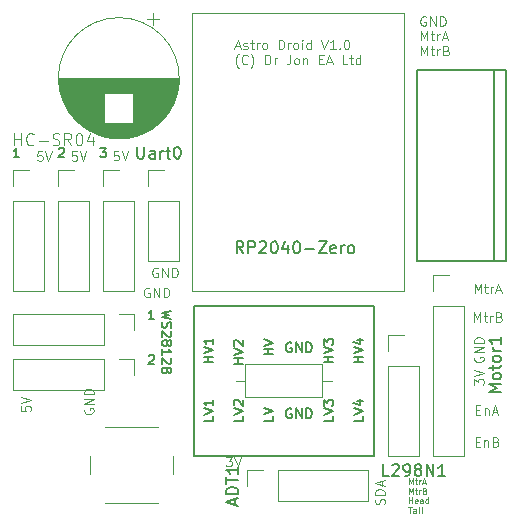
<source format=gbr>
%TF.GenerationSoftware,KiCad,Pcbnew,8.0.7*%
%TF.CreationDate,2025-01-10T12:44:58+00:00*%
%TF.ProjectId,AstroDroid-v1,41737472-6f44-4726-9f69-642d76312e6b,rev?*%
%TF.SameCoordinates,Original*%
%TF.FileFunction,Legend,Top*%
%TF.FilePolarity,Positive*%
%FSLAX46Y46*%
G04 Gerber Fmt 4.6, Leading zero omitted, Abs format (unit mm)*
G04 Created by KiCad (PCBNEW 8.0.7) date 2025-01-10 12:44:58*
%MOMM*%
%LPD*%
G01*
G04 APERTURE LIST*
%ADD10C,0.100000*%
%ADD11C,0.150000*%
%ADD12C,0.152400*%
%ADD13C,0.120000*%
%ADD14C,0.203200*%
%ADD15C,0.127000*%
G04 APERTURE END LIST*
D10*
X101458800Y-95285830D02*
X101496895Y-95171544D01*
X101496895Y-95171544D02*
X101496895Y-94981068D01*
X101496895Y-94981068D02*
X101458800Y-94904877D01*
X101458800Y-94904877D02*
X101420704Y-94866782D01*
X101420704Y-94866782D02*
X101344514Y-94828687D01*
X101344514Y-94828687D02*
X101268323Y-94828687D01*
X101268323Y-94828687D02*
X101192133Y-94866782D01*
X101192133Y-94866782D02*
X101154038Y-94904877D01*
X101154038Y-94904877D02*
X101115942Y-94981068D01*
X101115942Y-94981068D02*
X101077847Y-95133449D01*
X101077847Y-95133449D02*
X101039752Y-95209639D01*
X101039752Y-95209639D02*
X101001657Y-95247734D01*
X101001657Y-95247734D02*
X100925466Y-95285830D01*
X100925466Y-95285830D02*
X100849276Y-95285830D01*
X100849276Y-95285830D02*
X100773085Y-95247734D01*
X100773085Y-95247734D02*
X100734990Y-95209639D01*
X100734990Y-95209639D02*
X100696895Y-95133449D01*
X100696895Y-95133449D02*
X100696895Y-94942972D01*
X100696895Y-94942972D02*
X100734990Y-94828687D01*
X101496895Y-94485829D02*
X100696895Y-94485829D01*
X100696895Y-94485829D02*
X100696895Y-94295353D01*
X100696895Y-94295353D02*
X100734990Y-94181067D01*
X100734990Y-94181067D02*
X100811180Y-94104877D01*
X100811180Y-94104877D02*
X100887371Y-94066782D01*
X100887371Y-94066782D02*
X101039752Y-94028686D01*
X101039752Y-94028686D02*
X101154038Y-94028686D01*
X101154038Y-94028686D02*
X101306419Y-94066782D01*
X101306419Y-94066782D02*
X101382609Y-94104877D01*
X101382609Y-94104877D02*
X101458800Y-94181067D01*
X101458800Y-94181067D02*
X101496895Y-94295353D01*
X101496895Y-94295353D02*
X101496895Y-94485829D01*
X101268323Y-93723925D02*
X101268323Y-93342972D01*
X101496895Y-93800115D02*
X100696895Y-93533448D01*
X100696895Y-93533448D02*
X101496895Y-93266782D01*
X88064074Y-91298895D02*
X88559312Y-91298895D01*
X88559312Y-91298895D02*
X88292646Y-91603657D01*
X88292646Y-91603657D02*
X88406931Y-91603657D01*
X88406931Y-91603657D02*
X88483122Y-91641752D01*
X88483122Y-91641752D02*
X88521217Y-91679847D01*
X88521217Y-91679847D02*
X88559312Y-91756038D01*
X88559312Y-91756038D02*
X88559312Y-91946514D01*
X88559312Y-91946514D02*
X88521217Y-92022704D01*
X88521217Y-92022704D02*
X88483122Y-92060800D01*
X88483122Y-92060800D02*
X88406931Y-92098895D01*
X88406931Y-92098895D02*
X88178360Y-92098895D01*
X88178360Y-92098895D02*
X88102169Y-92060800D01*
X88102169Y-92060800D02*
X88064074Y-92022704D01*
X88787884Y-91298895D02*
X89054551Y-92098895D01*
X89054551Y-92098895D02*
X89321217Y-91298895D01*
X103562836Y-93618693D02*
X103562836Y-93118693D01*
X103562836Y-93118693D02*
X103729503Y-93475836D01*
X103729503Y-93475836D02*
X103896169Y-93118693D01*
X103896169Y-93118693D02*
X103896169Y-93618693D01*
X104062837Y-93285360D02*
X104253313Y-93285360D01*
X104134265Y-93118693D02*
X104134265Y-93547264D01*
X104134265Y-93547264D02*
X104158075Y-93594884D01*
X104158075Y-93594884D02*
X104205694Y-93618693D01*
X104205694Y-93618693D02*
X104253313Y-93618693D01*
X104419979Y-93618693D02*
X104419979Y-93285360D01*
X104419979Y-93380598D02*
X104443789Y-93332979D01*
X104443789Y-93332979D02*
X104467598Y-93309169D01*
X104467598Y-93309169D02*
X104515217Y-93285360D01*
X104515217Y-93285360D02*
X104562836Y-93285360D01*
X104705694Y-93475836D02*
X104943789Y-93475836D01*
X104658075Y-93618693D02*
X104824741Y-93118693D01*
X104824741Y-93118693D02*
X104991408Y-93618693D01*
X103562836Y-94423665D02*
X103562836Y-93923665D01*
X103562836Y-93923665D02*
X103729503Y-94280808D01*
X103729503Y-94280808D02*
X103896169Y-93923665D01*
X103896169Y-93923665D02*
X103896169Y-94423665D01*
X104062837Y-94090332D02*
X104253313Y-94090332D01*
X104134265Y-93923665D02*
X104134265Y-94352236D01*
X104134265Y-94352236D02*
X104158075Y-94399856D01*
X104158075Y-94399856D02*
X104205694Y-94423665D01*
X104205694Y-94423665D02*
X104253313Y-94423665D01*
X104419979Y-94423665D02*
X104419979Y-94090332D01*
X104419979Y-94185570D02*
X104443789Y-94137951D01*
X104443789Y-94137951D02*
X104467598Y-94114141D01*
X104467598Y-94114141D02*
X104515217Y-94090332D01*
X104515217Y-94090332D02*
X104562836Y-94090332D01*
X104896170Y-94161760D02*
X104967598Y-94185570D01*
X104967598Y-94185570D02*
X104991408Y-94209379D01*
X104991408Y-94209379D02*
X105015217Y-94256998D01*
X105015217Y-94256998D02*
X105015217Y-94328427D01*
X105015217Y-94328427D02*
X104991408Y-94376046D01*
X104991408Y-94376046D02*
X104967598Y-94399856D01*
X104967598Y-94399856D02*
X104919979Y-94423665D01*
X104919979Y-94423665D02*
X104729503Y-94423665D01*
X104729503Y-94423665D02*
X104729503Y-93923665D01*
X104729503Y-93923665D02*
X104896170Y-93923665D01*
X104896170Y-93923665D02*
X104943789Y-93947475D01*
X104943789Y-93947475D02*
X104967598Y-93971284D01*
X104967598Y-93971284D02*
X104991408Y-94018903D01*
X104991408Y-94018903D02*
X104991408Y-94066522D01*
X104991408Y-94066522D02*
X104967598Y-94114141D01*
X104967598Y-94114141D02*
X104943789Y-94137951D01*
X104943789Y-94137951D02*
X104896170Y-94161760D01*
X104896170Y-94161760D02*
X104729503Y-94161760D01*
X103562836Y-95228637D02*
X103562836Y-94728637D01*
X103562836Y-94966732D02*
X103848550Y-94966732D01*
X103848550Y-95228637D02*
X103848550Y-94728637D01*
X104277122Y-95204828D02*
X104229503Y-95228637D01*
X104229503Y-95228637D02*
X104134265Y-95228637D01*
X104134265Y-95228637D02*
X104086646Y-95204828D01*
X104086646Y-95204828D02*
X104062837Y-95157208D01*
X104062837Y-95157208D02*
X104062837Y-94966732D01*
X104062837Y-94966732D02*
X104086646Y-94919113D01*
X104086646Y-94919113D02*
X104134265Y-94895304D01*
X104134265Y-94895304D02*
X104229503Y-94895304D01*
X104229503Y-94895304D02*
X104277122Y-94919113D01*
X104277122Y-94919113D02*
X104300932Y-94966732D01*
X104300932Y-94966732D02*
X104300932Y-95014351D01*
X104300932Y-95014351D02*
X104062837Y-95061970D01*
X104729503Y-95228637D02*
X104729503Y-94966732D01*
X104729503Y-94966732D02*
X104705693Y-94919113D01*
X104705693Y-94919113D02*
X104658074Y-94895304D01*
X104658074Y-94895304D02*
X104562836Y-94895304D01*
X104562836Y-94895304D02*
X104515217Y-94919113D01*
X104729503Y-95204828D02*
X104681884Y-95228637D01*
X104681884Y-95228637D02*
X104562836Y-95228637D01*
X104562836Y-95228637D02*
X104515217Y-95204828D01*
X104515217Y-95204828D02*
X104491408Y-95157208D01*
X104491408Y-95157208D02*
X104491408Y-95109589D01*
X104491408Y-95109589D02*
X104515217Y-95061970D01*
X104515217Y-95061970D02*
X104562836Y-95038161D01*
X104562836Y-95038161D02*
X104681884Y-95038161D01*
X104681884Y-95038161D02*
X104729503Y-95014351D01*
X105181884Y-95228637D02*
X105181884Y-94728637D01*
X105181884Y-95204828D02*
X105134265Y-95228637D01*
X105134265Y-95228637D02*
X105039027Y-95228637D01*
X105039027Y-95228637D02*
X104991408Y-95204828D01*
X104991408Y-95204828D02*
X104967598Y-95181018D01*
X104967598Y-95181018D02*
X104943789Y-95133399D01*
X104943789Y-95133399D02*
X104943789Y-94990542D01*
X104943789Y-94990542D02*
X104967598Y-94942923D01*
X104967598Y-94942923D02*
X104991408Y-94919113D01*
X104991408Y-94919113D02*
X105039027Y-94895304D01*
X105039027Y-94895304D02*
X105134265Y-94895304D01*
X105134265Y-94895304D02*
X105181884Y-94919113D01*
X103491408Y-95533609D02*
X103777122Y-95533609D01*
X103634265Y-96033609D02*
X103634265Y-95533609D01*
X104158074Y-96033609D02*
X104158074Y-95771704D01*
X104158074Y-95771704D02*
X104134264Y-95724085D01*
X104134264Y-95724085D02*
X104086645Y-95700276D01*
X104086645Y-95700276D02*
X103991407Y-95700276D01*
X103991407Y-95700276D02*
X103943788Y-95724085D01*
X104158074Y-96009800D02*
X104110455Y-96033609D01*
X104110455Y-96033609D02*
X103991407Y-96033609D01*
X103991407Y-96033609D02*
X103943788Y-96009800D01*
X103943788Y-96009800D02*
X103919979Y-95962180D01*
X103919979Y-95962180D02*
X103919979Y-95914561D01*
X103919979Y-95914561D02*
X103943788Y-95866942D01*
X103943788Y-95866942D02*
X103991407Y-95843133D01*
X103991407Y-95843133D02*
X104110455Y-95843133D01*
X104110455Y-95843133D02*
X104158074Y-95819323D01*
X104396169Y-96033609D02*
X104396169Y-95700276D01*
X104396169Y-95533609D02*
X104372360Y-95557419D01*
X104372360Y-95557419D02*
X104396169Y-95581228D01*
X104396169Y-95581228D02*
X104419979Y-95557419D01*
X104419979Y-95557419D02*
X104396169Y-95533609D01*
X104396169Y-95533609D02*
X104396169Y-95581228D01*
X104705693Y-96033609D02*
X104658074Y-96009800D01*
X104658074Y-96009800D02*
X104634264Y-95962180D01*
X104634264Y-95962180D02*
X104634264Y-95533609D01*
X109196265Y-89997847D02*
X109462931Y-89997847D01*
X109577217Y-90416895D02*
X109196265Y-90416895D01*
X109196265Y-90416895D02*
X109196265Y-89616895D01*
X109196265Y-89616895D02*
X109577217Y-89616895D01*
X109920075Y-89883561D02*
X109920075Y-90416895D01*
X109920075Y-89959752D02*
X109958170Y-89921657D01*
X109958170Y-89921657D02*
X110034360Y-89883561D01*
X110034360Y-89883561D02*
X110148646Y-89883561D01*
X110148646Y-89883561D02*
X110224837Y-89921657D01*
X110224837Y-89921657D02*
X110262932Y-89997847D01*
X110262932Y-89997847D02*
X110262932Y-90416895D01*
X110910551Y-89997847D02*
X111024837Y-90035942D01*
X111024837Y-90035942D02*
X111062932Y-90074038D01*
X111062932Y-90074038D02*
X111101028Y-90150228D01*
X111101028Y-90150228D02*
X111101028Y-90264514D01*
X111101028Y-90264514D02*
X111062932Y-90340704D01*
X111062932Y-90340704D02*
X111024837Y-90378800D01*
X111024837Y-90378800D02*
X110948647Y-90416895D01*
X110948647Y-90416895D02*
X110643885Y-90416895D01*
X110643885Y-90416895D02*
X110643885Y-89616895D01*
X110643885Y-89616895D02*
X110910551Y-89616895D01*
X110910551Y-89616895D02*
X110986742Y-89654990D01*
X110986742Y-89654990D02*
X111024837Y-89693085D01*
X111024837Y-89693085D02*
X111062932Y-89769276D01*
X111062932Y-89769276D02*
X111062932Y-89845466D01*
X111062932Y-89845466D02*
X111024837Y-89921657D01*
X111024837Y-89921657D02*
X110986742Y-89959752D01*
X110986742Y-89959752D02*
X110910551Y-89997847D01*
X110910551Y-89997847D02*
X110643885Y-89997847D01*
X109236265Y-87297847D02*
X109502931Y-87297847D01*
X109617217Y-87716895D02*
X109236265Y-87716895D01*
X109236265Y-87716895D02*
X109236265Y-86916895D01*
X109236265Y-86916895D02*
X109617217Y-86916895D01*
X109960075Y-87183561D02*
X109960075Y-87716895D01*
X109960075Y-87259752D02*
X109998170Y-87221657D01*
X109998170Y-87221657D02*
X110074360Y-87183561D01*
X110074360Y-87183561D02*
X110188646Y-87183561D01*
X110188646Y-87183561D02*
X110264837Y-87221657D01*
X110264837Y-87221657D02*
X110302932Y-87297847D01*
X110302932Y-87297847D02*
X110302932Y-87716895D01*
X110645789Y-87488323D02*
X111026742Y-87488323D01*
X110569599Y-87716895D02*
X110836266Y-86916895D01*
X110836266Y-86916895D02*
X111102932Y-87716895D01*
X109096895Y-85179925D02*
X109096895Y-84684687D01*
X109096895Y-84684687D02*
X109401657Y-84951353D01*
X109401657Y-84951353D02*
X109401657Y-84837068D01*
X109401657Y-84837068D02*
X109439752Y-84760877D01*
X109439752Y-84760877D02*
X109477847Y-84722782D01*
X109477847Y-84722782D02*
X109554038Y-84684687D01*
X109554038Y-84684687D02*
X109744514Y-84684687D01*
X109744514Y-84684687D02*
X109820704Y-84722782D01*
X109820704Y-84722782D02*
X109858800Y-84760877D01*
X109858800Y-84760877D02*
X109896895Y-84837068D01*
X109896895Y-84837068D02*
X109896895Y-85065639D01*
X109896895Y-85065639D02*
X109858800Y-85141830D01*
X109858800Y-85141830D02*
X109820704Y-85179925D01*
X109096895Y-84456115D02*
X109896895Y-84189448D01*
X109896895Y-84189448D02*
X109096895Y-83922782D01*
X109124990Y-82834687D02*
X109086895Y-82910877D01*
X109086895Y-82910877D02*
X109086895Y-83025163D01*
X109086895Y-83025163D02*
X109124990Y-83139449D01*
X109124990Y-83139449D02*
X109201180Y-83215639D01*
X109201180Y-83215639D02*
X109277371Y-83253734D01*
X109277371Y-83253734D02*
X109429752Y-83291830D01*
X109429752Y-83291830D02*
X109544038Y-83291830D01*
X109544038Y-83291830D02*
X109696419Y-83253734D01*
X109696419Y-83253734D02*
X109772609Y-83215639D01*
X109772609Y-83215639D02*
X109848800Y-83139449D01*
X109848800Y-83139449D02*
X109886895Y-83025163D01*
X109886895Y-83025163D02*
X109886895Y-82948972D01*
X109886895Y-82948972D02*
X109848800Y-82834687D01*
X109848800Y-82834687D02*
X109810704Y-82796591D01*
X109810704Y-82796591D02*
X109544038Y-82796591D01*
X109544038Y-82796591D02*
X109544038Y-82948972D01*
X109886895Y-82453734D02*
X109086895Y-82453734D01*
X109086895Y-82453734D02*
X109886895Y-81996591D01*
X109886895Y-81996591D02*
X109086895Y-81996591D01*
X109886895Y-81615639D02*
X109086895Y-81615639D01*
X109086895Y-81615639D02*
X109086895Y-81425163D01*
X109086895Y-81425163D02*
X109124990Y-81310877D01*
X109124990Y-81310877D02*
X109201180Y-81234687D01*
X109201180Y-81234687D02*
X109277371Y-81196592D01*
X109277371Y-81196592D02*
X109429752Y-81158496D01*
X109429752Y-81158496D02*
X109544038Y-81158496D01*
X109544038Y-81158496D02*
X109696419Y-81196592D01*
X109696419Y-81196592D02*
X109772609Y-81234687D01*
X109772609Y-81234687D02*
X109848800Y-81310877D01*
X109848800Y-81310877D02*
X109886895Y-81425163D01*
X109886895Y-81425163D02*
X109886895Y-81615639D01*
X109076265Y-79856895D02*
X109076265Y-79056895D01*
X109076265Y-79056895D02*
X109342931Y-79628323D01*
X109342931Y-79628323D02*
X109609598Y-79056895D01*
X109609598Y-79056895D02*
X109609598Y-79856895D01*
X109876265Y-79323561D02*
X110181027Y-79323561D01*
X109990551Y-79056895D02*
X109990551Y-79742609D01*
X109990551Y-79742609D02*
X110028646Y-79818800D01*
X110028646Y-79818800D02*
X110104836Y-79856895D01*
X110104836Y-79856895D02*
X110181027Y-79856895D01*
X110447694Y-79856895D02*
X110447694Y-79323561D01*
X110447694Y-79475942D02*
X110485789Y-79399752D01*
X110485789Y-79399752D02*
X110523884Y-79361657D01*
X110523884Y-79361657D02*
X110600075Y-79323561D01*
X110600075Y-79323561D02*
X110676265Y-79323561D01*
X111209598Y-79437847D02*
X111323884Y-79475942D01*
X111323884Y-79475942D02*
X111361979Y-79514038D01*
X111361979Y-79514038D02*
X111400075Y-79590228D01*
X111400075Y-79590228D02*
X111400075Y-79704514D01*
X111400075Y-79704514D02*
X111361979Y-79780704D01*
X111361979Y-79780704D02*
X111323884Y-79818800D01*
X111323884Y-79818800D02*
X111247694Y-79856895D01*
X111247694Y-79856895D02*
X110942932Y-79856895D01*
X110942932Y-79856895D02*
X110942932Y-79056895D01*
X110942932Y-79056895D02*
X111209598Y-79056895D01*
X111209598Y-79056895D02*
X111285789Y-79094990D01*
X111285789Y-79094990D02*
X111323884Y-79133085D01*
X111323884Y-79133085D02*
X111361979Y-79209276D01*
X111361979Y-79209276D02*
X111361979Y-79285466D01*
X111361979Y-79285466D02*
X111323884Y-79361657D01*
X111323884Y-79361657D02*
X111285789Y-79399752D01*
X111285789Y-79399752D02*
X111209598Y-79437847D01*
X111209598Y-79437847D02*
X110942932Y-79437847D01*
X109116265Y-77426895D02*
X109116265Y-76626895D01*
X109116265Y-76626895D02*
X109382931Y-77198323D01*
X109382931Y-77198323D02*
X109649598Y-76626895D01*
X109649598Y-76626895D02*
X109649598Y-77426895D01*
X109916265Y-76893561D02*
X110221027Y-76893561D01*
X110030551Y-76626895D02*
X110030551Y-77312609D01*
X110030551Y-77312609D02*
X110068646Y-77388800D01*
X110068646Y-77388800D02*
X110144836Y-77426895D01*
X110144836Y-77426895D02*
X110221027Y-77426895D01*
X110487694Y-77426895D02*
X110487694Y-76893561D01*
X110487694Y-77045942D02*
X110525789Y-76969752D01*
X110525789Y-76969752D02*
X110563884Y-76931657D01*
X110563884Y-76931657D02*
X110640075Y-76893561D01*
X110640075Y-76893561D02*
X110716265Y-76893561D01*
X110944836Y-77198323D02*
X111325789Y-77198323D01*
X110868646Y-77426895D02*
X111135313Y-76626895D01*
X111135313Y-76626895D02*
X111401979Y-77426895D01*
X104596265Y-57306895D02*
X104596265Y-56506895D01*
X104596265Y-56506895D02*
X104862931Y-57078323D01*
X104862931Y-57078323D02*
X105129598Y-56506895D01*
X105129598Y-56506895D02*
X105129598Y-57306895D01*
X105396265Y-56773561D02*
X105701027Y-56773561D01*
X105510551Y-56506895D02*
X105510551Y-57192609D01*
X105510551Y-57192609D02*
X105548646Y-57268800D01*
X105548646Y-57268800D02*
X105624836Y-57306895D01*
X105624836Y-57306895D02*
X105701027Y-57306895D01*
X105967694Y-57306895D02*
X105967694Y-56773561D01*
X105967694Y-56925942D02*
X106005789Y-56849752D01*
X106005789Y-56849752D02*
X106043884Y-56811657D01*
X106043884Y-56811657D02*
X106120075Y-56773561D01*
X106120075Y-56773561D02*
X106196265Y-56773561D01*
X106729598Y-56887847D02*
X106843884Y-56925942D01*
X106843884Y-56925942D02*
X106881979Y-56964038D01*
X106881979Y-56964038D02*
X106920075Y-57040228D01*
X106920075Y-57040228D02*
X106920075Y-57154514D01*
X106920075Y-57154514D02*
X106881979Y-57230704D01*
X106881979Y-57230704D02*
X106843884Y-57268800D01*
X106843884Y-57268800D02*
X106767694Y-57306895D01*
X106767694Y-57306895D02*
X106462932Y-57306895D01*
X106462932Y-57306895D02*
X106462932Y-56506895D01*
X106462932Y-56506895D02*
X106729598Y-56506895D01*
X106729598Y-56506895D02*
X106805789Y-56544990D01*
X106805789Y-56544990D02*
X106843884Y-56583085D01*
X106843884Y-56583085D02*
X106881979Y-56659276D01*
X106881979Y-56659276D02*
X106881979Y-56735466D01*
X106881979Y-56735466D02*
X106843884Y-56811657D01*
X106843884Y-56811657D02*
X106805789Y-56849752D01*
X106805789Y-56849752D02*
X106729598Y-56887847D01*
X106729598Y-56887847D02*
X106462932Y-56887847D01*
X104596265Y-56036895D02*
X104596265Y-55236895D01*
X104596265Y-55236895D02*
X104862931Y-55808323D01*
X104862931Y-55808323D02*
X105129598Y-55236895D01*
X105129598Y-55236895D02*
X105129598Y-56036895D01*
X105396265Y-55503561D02*
X105701027Y-55503561D01*
X105510551Y-55236895D02*
X105510551Y-55922609D01*
X105510551Y-55922609D02*
X105548646Y-55998800D01*
X105548646Y-55998800D02*
X105624836Y-56036895D01*
X105624836Y-56036895D02*
X105701027Y-56036895D01*
X105967694Y-56036895D02*
X105967694Y-55503561D01*
X105967694Y-55655942D02*
X106005789Y-55579752D01*
X106005789Y-55579752D02*
X106043884Y-55541657D01*
X106043884Y-55541657D02*
X106120075Y-55503561D01*
X106120075Y-55503561D02*
X106196265Y-55503561D01*
X106424836Y-55808323D02*
X106805789Y-55808323D01*
X106348646Y-56036895D02*
X106615313Y-55236895D01*
X106615313Y-55236895D02*
X106881979Y-56036895D01*
X104985312Y-54044990D02*
X104909122Y-54006895D01*
X104909122Y-54006895D02*
X104794836Y-54006895D01*
X104794836Y-54006895D02*
X104680550Y-54044990D01*
X104680550Y-54044990D02*
X104604360Y-54121180D01*
X104604360Y-54121180D02*
X104566265Y-54197371D01*
X104566265Y-54197371D02*
X104528169Y-54349752D01*
X104528169Y-54349752D02*
X104528169Y-54464038D01*
X104528169Y-54464038D02*
X104566265Y-54616419D01*
X104566265Y-54616419D02*
X104604360Y-54692609D01*
X104604360Y-54692609D02*
X104680550Y-54768800D01*
X104680550Y-54768800D02*
X104794836Y-54806895D01*
X104794836Y-54806895D02*
X104871027Y-54806895D01*
X104871027Y-54806895D02*
X104985312Y-54768800D01*
X104985312Y-54768800D02*
X105023408Y-54730704D01*
X105023408Y-54730704D02*
X105023408Y-54464038D01*
X105023408Y-54464038D02*
X104871027Y-54464038D01*
X105366265Y-54806895D02*
X105366265Y-54006895D01*
X105366265Y-54006895D02*
X105823408Y-54806895D01*
X105823408Y-54806895D02*
X105823408Y-54006895D01*
X106204360Y-54806895D02*
X106204360Y-54006895D01*
X106204360Y-54006895D02*
X106394836Y-54006895D01*
X106394836Y-54006895D02*
X106509122Y-54044990D01*
X106509122Y-54044990D02*
X106585312Y-54121180D01*
X106585312Y-54121180D02*
X106623407Y-54197371D01*
X106623407Y-54197371D02*
X106661503Y-54349752D01*
X106661503Y-54349752D02*
X106661503Y-54464038D01*
X106661503Y-54464038D02*
X106623407Y-54616419D01*
X106623407Y-54616419D02*
X106585312Y-54692609D01*
X106585312Y-54692609D02*
X106509122Y-54768800D01*
X106509122Y-54768800D02*
X106394836Y-54806895D01*
X106394836Y-54806895D02*
X106204360Y-54806895D01*
X82295312Y-75324990D02*
X82219122Y-75286895D01*
X82219122Y-75286895D02*
X82104836Y-75286895D01*
X82104836Y-75286895D02*
X81990550Y-75324990D01*
X81990550Y-75324990D02*
X81914360Y-75401180D01*
X81914360Y-75401180D02*
X81876265Y-75477371D01*
X81876265Y-75477371D02*
X81838169Y-75629752D01*
X81838169Y-75629752D02*
X81838169Y-75744038D01*
X81838169Y-75744038D02*
X81876265Y-75896419D01*
X81876265Y-75896419D02*
X81914360Y-75972609D01*
X81914360Y-75972609D02*
X81990550Y-76048800D01*
X81990550Y-76048800D02*
X82104836Y-76086895D01*
X82104836Y-76086895D02*
X82181027Y-76086895D01*
X82181027Y-76086895D02*
X82295312Y-76048800D01*
X82295312Y-76048800D02*
X82333408Y-76010704D01*
X82333408Y-76010704D02*
X82333408Y-75744038D01*
X82333408Y-75744038D02*
X82181027Y-75744038D01*
X82676265Y-76086895D02*
X82676265Y-75286895D01*
X82676265Y-75286895D02*
X83133408Y-76086895D01*
X83133408Y-76086895D02*
X83133408Y-75286895D01*
X83514360Y-76086895D02*
X83514360Y-75286895D01*
X83514360Y-75286895D02*
X83704836Y-75286895D01*
X83704836Y-75286895D02*
X83819122Y-75324990D01*
X83819122Y-75324990D02*
X83895312Y-75401180D01*
X83895312Y-75401180D02*
X83933407Y-75477371D01*
X83933407Y-75477371D02*
X83971503Y-75629752D01*
X83971503Y-75629752D02*
X83971503Y-75744038D01*
X83971503Y-75744038D02*
X83933407Y-75896419D01*
X83933407Y-75896419D02*
X83895312Y-75972609D01*
X83895312Y-75972609D02*
X83819122Y-76048800D01*
X83819122Y-76048800D02*
X83704836Y-76086895D01*
X83704836Y-76086895D02*
X83514360Y-76086895D01*
X81575312Y-77034990D02*
X81499122Y-76996895D01*
X81499122Y-76996895D02*
X81384836Y-76996895D01*
X81384836Y-76996895D02*
X81270550Y-77034990D01*
X81270550Y-77034990D02*
X81194360Y-77111180D01*
X81194360Y-77111180D02*
X81156265Y-77187371D01*
X81156265Y-77187371D02*
X81118169Y-77339752D01*
X81118169Y-77339752D02*
X81118169Y-77454038D01*
X81118169Y-77454038D02*
X81156265Y-77606419D01*
X81156265Y-77606419D02*
X81194360Y-77682609D01*
X81194360Y-77682609D02*
X81270550Y-77758800D01*
X81270550Y-77758800D02*
X81384836Y-77796895D01*
X81384836Y-77796895D02*
X81461027Y-77796895D01*
X81461027Y-77796895D02*
X81575312Y-77758800D01*
X81575312Y-77758800D02*
X81613408Y-77720704D01*
X81613408Y-77720704D02*
X81613408Y-77454038D01*
X81613408Y-77454038D02*
X81461027Y-77454038D01*
X81956265Y-77796895D02*
X81956265Y-76996895D01*
X81956265Y-76996895D02*
X82413408Y-77796895D01*
X82413408Y-77796895D02*
X82413408Y-76996895D01*
X82794360Y-77796895D02*
X82794360Y-76996895D01*
X82794360Y-76996895D02*
X82984836Y-76996895D01*
X82984836Y-76996895D02*
X83099122Y-77034990D01*
X83099122Y-77034990D02*
X83175312Y-77111180D01*
X83175312Y-77111180D02*
X83213407Y-77187371D01*
X83213407Y-77187371D02*
X83251503Y-77339752D01*
X83251503Y-77339752D02*
X83251503Y-77454038D01*
X83251503Y-77454038D02*
X83213407Y-77606419D01*
X83213407Y-77606419D02*
X83175312Y-77682609D01*
X83175312Y-77682609D02*
X83099122Y-77758800D01*
X83099122Y-77758800D02*
X82984836Y-77796895D01*
X82984836Y-77796895D02*
X82794360Y-77796895D01*
X78967217Y-65396895D02*
X78586265Y-65396895D01*
X78586265Y-65396895D02*
X78548169Y-65777847D01*
X78548169Y-65777847D02*
X78586265Y-65739752D01*
X78586265Y-65739752D02*
X78662455Y-65701657D01*
X78662455Y-65701657D02*
X78852931Y-65701657D01*
X78852931Y-65701657D02*
X78929122Y-65739752D01*
X78929122Y-65739752D02*
X78967217Y-65777847D01*
X78967217Y-65777847D02*
X79005312Y-65854038D01*
X79005312Y-65854038D02*
X79005312Y-66044514D01*
X79005312Y-66044514D02*
X78967217Y-66120704D01*
X78967217Y-66120704D02*
X78929122Y-66158800D01*
X78929122Y-66158800D02*
X78852931Y-66196895D01*
X78852931Y-66196895D02*
X78662455Y-66196895D01*
X78662455Y-66196895D02*
X78586265Y-66158800D01*
X78586265Y-66158800D02*
X78548169Y-66120704D01*
X79233884Y-65396895D02*
X79500551Y-66196895D01*
X79500551Y-66196895D02*
X79767217Y-65396895D01*
X75447217Y-65436895D02*
X75066265Y-65436895D01*
X75066265Y-65436895D02*
X75028169Y-65817847D01*
X75028169Y-65817847D02*
X75066265Y-65779752D01*
X75066265Y-65779752D02*
X75142455Y-65741657D01*
X75142455Y-65741657D02*
X75332931Y-65741657D01*
X75332931Y-65741657D02*
X75409122Y-65779752D01*
X75409122Y-65779752D02*
X75447217Y-65817847D01*
X75447217Y-65817847D02*
X75485312Y-65894038D01*
X75485312Y-65894038D02*
X75485312Y-66084514D01*
X75485312Y-66084514D02*
X75447217Y-66160704D01*
X75447217Y-66160704D02*
X75409122Y-66198800D01*
X75409122Y-66198800D02*
X75332931Y-66236895D01*
X75332931Y-66236895D02*
X75142455Y-66236895D01*
X75142455Y-66236895D02*
X75066265Y-66198800D01*
X75066265Y-66198800D02*
X75028169Y-66160704D01*
X75713884Y-65436895D02*
X75980551Y-66236895D01*
X75980551Y-66236895D02*
X76247217Y-65436895D01*
X72507217Y-65436895D02*
X72126265Y-65436895D01*
X72126265Y-65436895D02*
X72088169Y-65817847D01*
X72088169Y-65817847D02*
X72126265Y-65779752D01*
X72126265Y-65779752D02*
X72202455Y-65741657D01*
X72202455Y-65741657D02*
X72392931Y-65741657D01*
X72392931Y-65741657D02*
X72469122Y-65779752D01*
X72469122Y-65779752D02*
X72507217Y-65817847D01*
X72507217Y-65817847D02*
X72545312Y-65894038D01*
X72545312Y-65894038D02*
X72545312Y-66084514D01*
X72545312Y-66084514D02*
X72507217Y-66160704D01*
X72507217Y-66160704D02*
X72469122Y-66198800D01*
X72469122Y-66198800D02*
X72392931Y-66236895D01*
X72392931Y-66236895D02*
X72202455Y-66236895D01*
X72202455Y-66236895D02*
X72126265Y-66198800D01*
X72126265Y-66198800D02*
X72088169Y-66160704D01*
X72773884Y-65436895D02*
X73040551Y-66236895D01*
X73040551Y-66236895D02*
X73307217Y-65436895D01*
X76096990Y-87208687D02*
X76058895Y-87284877D01*
X76058895Y-87284877D02*
X76058895Y-87399163D01*
X76058895Y-87399163D02*
X76096990Y-87513449D01*
X76096990Y-87513449D02*
X76173180Y-87589639D01*
X76173180Y-87589639D02*
X76249371Y-87627734D01*
X76249371Y-87627734D02*
X76401752Y-87665830D01*
X76401752Y-87665830D02*
X76516038Y-87665830D01*
X76516038Y-87665830D02*
X76668419Y-87627734D01*
X76668419Y-87627734D02*
X76744609Y-87589639D01*
X76744609Y-87589639D02*
X76820800Y-87513449D01*
X76820800Y-87513449D02*
X76858895Y-87399163D01*
X76858895Y-87399163D02*
X76858895Y-87322972D01*
X76858895Y-87322972D02*
X76820800Y-87208687D01*
X76820800Y-87208687D02*
X76782704Y-87170591D01*
X76782704Y-87170591D02*
X76516038Y-87170591D01*
X76516038Y-87170591D02*
X76516038Y-87322972D01*
X76858895Y-86827734D02*
X76058895Y-86827734D01*
X76058895Y-86827734D02*
X76858895Y-86370591D01*
X76858895Y-86370591D02*
X76058895Y-86370591D01*
X76858895Y-85989639D02*
X76058895Y-85989639D01*
X76058895Y-85989639D02*
X76058895Y-85799163D01*
X76058895Y-85799163D02*
X76096990Y-85684877D01*
X76096990Y-85684877D02*
X76173180Y-85608687D01*
X76173180Y-85608687D02*
X76249371Y-85570592D01*
X76249371Y-85570592D02*
X76401752Y-85532496D01*
X76401752Y-85532496D02*
X76516038Y-85532496D01*
X76516038Y-85532496D02*
X76668419Y-85570592D01*
X76668419Y-85570592D02*
X76744609Y-85608687D01*
X76744609Y-85608687D02*
X76820800Y-85684877D01*
X76820800Y-85684877D02*
X76858895Y-85799163D01*
X76858895Y-85799163D02*
X76858895Y-85989639D01*
X70724895Y-86992782D02*
X70724895Y-87373734D01*
X70724895Y-87373734D02*
X71105847Y-87411830D01*
X71105847Y-87411830D02*
X71067752Y-87373734D01*
X71067752Y-87373734D02*
X71029657Y-87297544D01*
X71029657Y-87297544D02*
X71029657Y-87107068D01*
X71029657Y-87107068D02*
X71067752Y-87030877D01*
X71067752Y-87030877D02*
X71105847Y-86992782D01*
X71105847Y-86992782D02*
X71182038Y-86954687D01*
X71182038Y-86954687D02*
X71372514Y-86954687D01*
X71372514Y-86954687D02*
X71448704Y-86992782D01*
X71448704Y-86992782D02*
X71486800Y-87030877D01*
X71486800Y-87030877D02*
X71524895Y-87107068D01*
X71524895Y-87107068D02*
X71524895Y-87297544D01*
X71524895Y-87297544D02*
X71486800Y-87373734D01*
X71486800Y-87373734D02*
X71448704Y-87411830D01*
X70724895Y-86726115D02*
X71524895Y-86459448D01*
X71524895Y-86459448D02*
X70724895Y-86192782D01*
D11*
X81531064Y-82736485D02*
X81569160Y-82698390D01*
X81569160Y-82698390D02*
X81645350Y-82660295D01*
X81645350Y-82660295D02*
X81835826Y-82660295D01*
X81835826Y-82660295D02*
X81912017Y-82698390D01*
X81912017Y-82698390D02*
X81950112Y-82736485D01*
X81950112Y-82736485D02*
X81988207Y-82812676D01*
X81988207Y-82812676D02*
X81988207Y-82888866D01*
X81988207Y-82888866D02*
X81950112Y-83003152D01*
X81950112Y-83003152D02*
X81492969Y-83460295D01*
X81492969Y-83460295D02*
X81988207Y-83460295D01*
X81988207Y-79650295D02*
X81531064Y-79650295D01*
X81759636Y-79650295D02*
X81759636Y-78850295D01*
X81759636Y-78850295D02*
X81683445Y-78964580D01*
X81683445Y-78964580D02*
X81607255Y-79040771D01*
X81607255Y-79040771D02*
X81531064Y-79078866D01*
X83455704Y-78952969D02*
X82655704Y-79143445D01*
X82655704Y-79143445D02*
X83227133Y-79295826D01*
X83227133Y-79295826D02*
X82655704Y-79448207D01*
X82655704Y-79448207D02*
X83455704Y-79638684D01*
X82693800Y-79905350D02*
X82655704Y-80019636D01*
X82655704Y-80019636D02*
X82655704Y-80210112D01*
X82655704Y-80210112D02*
X82693800Y-80286303D01*
X82693800Y-80286303D02*
X82731895Y-80324398D01*
X82731895Y-80324398D02*
X82808085Y-80362493D01*
X82808085Y-80362493D02*
X82884276Y-80362493D01*
X82884276Y-80362493D02*
X82960466Y-80324398D01*
X82960466Y-80324398D02*
X82998561Y-80286303D01*
X82998561Y-80286303D02*
X83036657Y-80210112D01*
X83036657Y-80210112D02*
X83074752Y-80057731D01*
X83074752Y-80057731D02*
X83112847Y-79981541D01*
X83112847Y-79981541D02*
X83150942Y-79943446D01*
X83150942Y-79943446D02*
X83227133Y-79905350D01*
X83227133Y-79905350D02*
X83303323Y-79905350D01*
X83303323Y-79905350D02*
X83379514Y-79943446D01*
X83379514Y-79943446D02*
X83417609Y-79981541D01*
X83417609Y-79981541D02*
X83455704Y-80057731D01*
X83455704Y-80057731D02*
X83455704Y-80248208D01*
X83455704Y-80248208D02*
X83417609Y-80362493D01*
X83379514Y-80667255D02*
X83417609Y-80705351D01*
X83417609Y-80705351D02*
X83455704Y-80781541D01*
X83455704Y-80781541D02*
X83455704Y-80972017D01*
X83455704Y-80972017D02*
X83417609Y-81048208D01*
X83417609Y-81048208D02*
X83379514Y-81086303D01*
X83379514Y-81086303D02*
X83303323Y-81124398D01*
X83303323Y-81124398D02*
X83227133Y-81124398D01*
X83227133Y-81124398D02*
X83112847Y-81086303D01*
X83112847Y-81086303D02*
X82655704Y-80629160D01*
X82655704Y-80629160D02*
X82655704Y-81124398D01*
X83112847Y-81581541D02*
X83150942Y-81505351D01*
X83150942Y-81505351D02*
X83189038Y-81467256D01*
X83189038Y-81467256D02*
X83265228Y-81429160D01*
X83265228Y-81429160D02*
X83303323Y-81429160D01*
X83303323Y-81429160D02*
X83379514Y-81467256D01*
X83379514Y-81467256D02*
X83417609Y-81505351D01*
X83417609Y-81505351D02*
X83455704Y-81581541D01*
X83455704Y-81581541D02*
X83455704Y-81733922D01*
X83455704Y-81733922D02*
X83417609Y-81810113D01*
X83417609Y-81810113D02*
X83379514Y-81848208D01*
X83379514Y-81848208D02*
X83303323Y-81886303D01*
X83303323Y-81886303D02*
X83265228Y-81886303D01*
X83265228Y-81886303D02*
X83189038Y-81848208D01*
X83189038Y-81848208D02*
X83150942Y-81810113D01*
X83150942Y-81810113D02*
X83112847Y-81733922D01*
X83112847Y-81733922D02*
X83112847Y-81581541D01*
X83112847Y-81581541D02*
X83074752Y-81505351D01*
X83074752Y-81505351D02*
X83036657Y-81467256D01*
X83036657Y-81467256D02*
X82960466Y-81429160D01*
X82960466Y-81429160D02*
X82808085Y-81429160D01*
X82808085Y-81429160D02*
X82731895Y-81467256D01*
X82731895Y-81467256D02*
X82693800Y-81505351D01*
X82693800Y-81505351D02*
X82655704Y-81581541D01*
X82655704Y-81581541D02*
X82655704Y-81733922D01*
X82655704Y-81733922D02*
X82693800Y-81810113D01*
X82693800Y-81810113D02*
X82731895Y-81848208D01*
X82731895Y-81848208D02*
X82808085Y-81886303D01*
X82808085Y-81886303D02*
X82960466Y-81886303D01*
X82960466Y-81886303D02*
X83036657Y-81848208D01*
X83036657Y-81848208D02*
X83074752Y-81810113D01*
X83074752Y-81810113D02*
X83112847Y-81733922D01*
X82655704Y-82648208D02*
X82655704Y-82191065D01*
X82655704Y-82419637D02*
X83455704Y-82419637D01*
X83455704Y-82419637D02*
X83341419Y-82343446D01*
X83341419Y-82343446D02*
X83265228Y-82267256D01*
X83265228Y-82267256D02*
X83227133Y-82191065D01*
X83379514Y-82952970D02*
X83417609Y-82991066D01*
X83417609Y-82991066D02*
X83455704Y-83067256D01*
X83455704Y-83067256D02*
X83455704Y-83257732D01*
X83455704Y-83257732D02*
X83417609Y-83333923D01*
X83417609Y-83333923D02*
X83379514Y-83372018D01*
X83379514Y-83372018D02*
X83303323Y-83410113D01*
X83303323Y-83410113D02*
X83227133Y-83410113D01*
X83227133Y-83410113D02*
X83112847Y-83372018D01*
X83112847Y-83372018D02*
X82655704Y-82914875D01*
X82655704Y-82914875D02*
X82655704Y-83410113D01*
X83074752Y-84019637D02*
X83036657Y-84133923D01*
X83036657Y-84133923D02*
X82998561Y-84172018D01*
X82998561Y-84172018D02*
X82922371Y-84210114D01*
X82922371Y-84210114D02*
X82808085Y-84210114D01*
X82808085Y-84210114D02*
X82731895Y-84172018D01*
X82731895Y-84172018D02*
X82693800Y-84133923D01*
X82693800Y-84133923D02*
X82655704Y-84057733D01*
X82655704Y-84057733D02*
X82655704Y-83752971D01*
X82655704Y-83752971D02*
X83455704Y-83752971D01*
X83455704Y-83752971D02*
X83455704Y-84019637D01*
X83455704Y-84019637D02*
X83417609Y-84095828D01*
X83417609Y-84095828D02*
X83379514Y-84133923D01*
X83379514Y-84133923D02*
X83303323Y-84172018D01*
X83303323Y-84172018D02*
X83227133Y-84172018D01*
X83227133Y-84172018D02*
X83150942Y-84133923D01*
X83150942Y-84133923D02*
X83112847Y-84095828D01*
X83112847Y-84095828D02*
X83074752Y-84019637D01*
X83074752Y-84019637D02*
X83074752Y-83752971D01*
X70558207Y-65934295D02*
X70101064Y-65934295D01*
X70329636Y-65934295D02*
X70329636Y-65134295D01*
X70329636Y-65134295D02*
X70253445Y-65248580D01*
X70253445Y-65248580D02*
X70177255Y-65324771D01*
X70177255Y-65324771D02*
X70101064Y-65362866D01*
X73911064Y-65210485D02*
X73949160Y-65172390D01*
X73949160Y-65172390D02*
X74025350Y-65134295D01*
X74025350Y-65134295D02*
X74215826Y-65134295D01*
X74215826Y-65134295D02*
X74292017Y-65172390D01*
X74292017Y-65172390D02*
X74330112Y-65210485D01*
X74330112Y-65210485D02*
X74368207Y-65286676D01*
X74368207Y-65286676D02*
X74368207Y-65362866D01*
X74368207Y-65362866D02*
X74330112Y-65477152D01*
X74330112Y-65477152D02*
X73872969Y-65934295D01*
X73872969Y-65934295D02*
X74368207Y-65934295D01*
D10*
X88864169Y-56546368D02*
X89245122Y-56546368D01*
X88787979Y-56774940D02*
X89054646Y-55974940D01*
X89054646Y-55974940D02*
X89321312Y-56774940D01*
X89549883Y-56736845D02*
X89626074Y-56774940D01*
X89626074Y-56774940D02*
X89778455Y-56774940D01*
X89778455Y-56774940D02*
X89854645Y-56736845D01*
X89854645Y-56736845D02*
X89892741Y-56660654D01*
X89892741Y-56660654D02*
X89892741Y-56622559D01*
X89892741Y-56622559D02*
X89854645Y-56546368D01*
X89854645Y-56546368D02*
X89778455Y-56508273D01*
X89778455Y-56508273D02*
X89664169Y-56508273D01*
X89664169Y-56508273D02*
X89587979Y-56470178D01*
X89587979Y-56470178D02*
X89549883Y-56393987D01*
X89549883Y-56393987D02*
X89549883Y-56355892D01*
X89549883Y-56355892D02*
X89587979Y-56279702D01*
X89587979Y-56279702D02*
X89664169Y-56241606D01*
X89664169Y-56241606D02*
X89778455Y-56241606D01*
X89778455Y-56241606D02*
X89854645Y-56279702D01*
X90121312Y-56241606D02*
X90426074Y-56241606D01*
X90235598Y-55974940D02*
X90235598Y-56660654D01*
X90235598Y-56660654D02*
X90273693Y-56736845D01*
X90273693Y-56736845D02*
X90349883Y-56774940D01*
X90349883Y-56774940D02*
X90426074Y-56774940D01*
X90692741Y-56774940D02*
X90692741Y-56241606D01*
X90692741Y-56393987D02*
X90730836Y-56317797D01*
X90730836Y-56317797D02*
X90768931Y-56279702D01*
X90768931Y-56279702D02*
X90845122Y-56241606D01*
X90845122Y-56241606D02*
X90921312Y-56241606D01*
X91302264Y-56774940D02*
X91226074Y-56736845D01*
X91226074Y-56736845D02*
X91187979Y-56698749D01*
X91187979Y-56698749D02*
X91149883Y-56622559D01*
X91149883Y-56622559D02*
X91149883Y-56393987D01*
X91149883Y-56393987D02*
X91187979Y-56317797D01*
X91187979Y-56317797D02*
X91226074Y-56279702D01*
X91226074Y-56279702D02*
X91302264Y-56241606D01*
X91302264Y-56241606D02*
X91416550Y-56241606D01*
X91416550Y-56241606D02*
X91492741Y-56279702D01*
X91492741Y-56279702D02*
X91530836Y-56317797D01*
X91530836Y-56317797D02*
X91568931Y-56393987D01*
X91568931Y-56393987D02*
X91568931Y-56622559D01*
X91568931Y-56622559D02*
X91530836Y-56698749D01*
X91530836Y-56698749D02*
X91492741Y-56736845D01*
X91492741Y-56736845D02*
X91416550Y-56774940D01*
X91416550Y-56774940D02*
X91302264Y-56774940D01*
X92521313Y-56774940D02*
X92521313Y-55974940D01*
X92521313Y-55974940D02*
X92711789Y-55974940D01*
X92711789Y-55974940D02*
X92826075Y-56013035D01*
X92826075Y-56013035D02*
X92902265Y-56089225D01*
X92902265Y-56089225D02*
X92940360Y-56165416D01*
X92940360Y-56165416D02*
X92978456Y-56317797D01*
X92978456Y-56317797D02*
X92978456Y-56432083D01*
X92978456Y-56432083D02*
X92940360Y-56584464D01*
X92940360Y-56584464D02*
X92902265Y-56660654D01*
X92902265Y-56660654D02*
X92826075Y-56736845D01*
X92826075Y-56736845D02*
X92711789Y-56774940D01*
X92711789Y-56774940D02*
X92521313Y-56774940D01*
X93321313Y-56774940D02*
X93321313Y-56241606D01*
X93321313Y-56393987D02*
X93359408Y-56317797D01*
X93359408Y-56317797D02*
X93397503Y-56279702D01*
X93397503Y-56279702D02*
X93473694Y-56241606D01*
X93473694Y-56241606D02*
X93549884Y-56241606D01*
X93930836Y-56774940D02*
X93854646Y-56736845D01*
X93854646Y-56736845D02*
X93816551Y-56698749D01*
X93816551Y-56698749D02*
X93778455Y-56622559D01*
X93778455Y-56622559D02*
X93778455Y-56393987D01*
X93778455Y-56393987D02*
X93816551Y-56317797D01*
X93816551Y-56317797D02*
X93854646Y-56279702D01*
X93854646Y-56279702D02*
X93930836Y-56241606D01*
X93930836Y-56241606D02*
X94045122Y-56241606D01*
X94045122Y-56241606D02*
X94121313Y-56279702D01*
X94121313Y-56279702D02*
X94159408Y-56317797D01*
X94159408Y-56317797D02*
X94197503Y-56393987D01*
X94197503Y-56393987D02*
X94197503Y-56622559D01*
X94197503Y-56622559D02*
X94159408Y-56698749D01*
X94159408Y-56698749D02*
X94121313Y-56736845D01*
X94121313Y-56736845D02*
X94045122Y-56774940D01*
X94045122Y-56774940D02*
X93930836Y-56774940D01*
X94540361Y-56774940D02*
X94540361Y-56241606D01*
X94540361Y-55974940D02*
X94502265Y-56013035D01*
X94502265Y-56013035D02*
X94540361Y-56051130D01*
X94540361Y-56051130D02*
X94578456Y-56013035D01*
X94578456Y-56013035D02*
X94540361Y-55974940D01*
X94540361Y-55974940D02*
X94540361Y-56051130D01*
X95264170Y-56774940D02*
X95264170Y-55974940D01*
X95264170Y-56736845D02*
X95187979Y-56774940D01*
X95187979Y-56774940D02*
X95035598Y-56774940D01*
X95035598Y-56774940D02*
X94959408Y-56736845D01*
X94959408Y-56736845D02*
X94921313Y-56698749D01*
X94921313Y-56698749D02*
X94883217Y-56622559D01*
X94883217Y-56622559D02*
X94883217Y-56393987D01*
X94883217Y-56393987D02*
X94921313Y-56317797D01*
X94921313Y-56317797D02*
X94959408Y-56279702D01*
X94959408Y-56279702D02*
X95035598Y-56241606D01*
X95035598Y-56241606D02*
X95187979Y-56241606D01*
X95187979Y-56241606D02*
X95264170Y-56279702D01*
X96140361Y-55974940D02*
X96407028Y-56774940D01*
X96407028Y-56774940D02*
X96673694Y-55974940D01*
X97359408Y-56774940D02*
X96902265Y-56774940D01*
X97130837Y-56774940D02*
X97130837Y-55974940D01*
X97130837Y-55974940D02*
X97054646Y-56089225D01*
X97054646Y-56089225D02*
X96978456Y-56165416D01*
X96978456Y-56165416D02*
X96902265Y-56203511D01*
X97702266Y-56698749D02*
X97740361Y-56736845D01*
X97740361Y-56736845D02*
X97702266Y-56774940D01*
X97702266Y-56774940D02*
X97664170Y-56736845D01*
X97664170Y-56736845D02*
X97702266Y-56698749D01*
X97702266Y-56698749D02*
X97702266Y-56774940D01*
X98235599Y-55974940D02*
X98311789Y-55974940D01*
X98311789Y-55974940D02*
X98387980Y-56013035D01*
X98387980Y-56013035D02*
X98426075Y-56051130D01*
X98426075Y-56051130D02*
X98464170Y-56127321D01*
X98464170Y-56127321D02*
X98502265Y-56279702D01*
X98502265Y-56279702D02*
X98502265Y-56470178D01*
X98502265Y-56470178D02*
X98464170Y-56622559D01*
X98464170Y-56622559D02*
X98426075Y-56698749D01*
X98426075Y-56698749D02*
X98387980Y-56736845D01*
X98387980Y-56736845D02*
X98311789Y-56774940D01*
X98311789Y-56774940D02*
X98235599Y-56774940D01*
X98235599Y-56774940D02*
X98159408Y-56736845D01*
X98159408Y-56736845D02*
X98121313Y-56698749D01*
X98121313Y-56698749D02*
X98083218Y-56622559D01*
X98083218Y-56622559D02*
X98045122Y-56470178D01*
X98045122Y-56470178D02*
X98045122Y-56279702D01*
X98045122Y-56279702D02*
X98083218Y-56127321D01*
X98083218Y-56127321D02*
X98121313Y-56051130D01*
X98121313Y-56051130D02*
X98159408Y-56013035D01*
X98159408Y-56013035D02*
X98235599Y-55974940D01*
X89130836Y-58367657D02*
X89092741Y-58329561D01*
X89092741Y-58329561D02*
X89016550Y-58215276D01*
X89016550Y-58215276D02*
X88978455Y-58139085D01*
X88978455Y-58139085D02*
X88940360Y-58024800D01*
X88940360Y-58024800D02*
X88902265Y-57834323D01*
X88902265Y-57834323D02*
X88902265Y-57681942D01*
X88902265Y-57681942D02*
X88940360Y-57491466D01*
X88940360Y-57491466D02*
X88978455Y-57377180D01*
X88978455Y-57377180D02*
X89016550Y-57300990D01*
X89016550Y-57300990D02*
X89092741Y-57186704D01*
X89092741Y-57186704D02*
X89130836Y-57148609D01*
X89892741Y-57986704D02*
X89854645Y-58024800D01*
X89854645Y-58024800D02*
X89740360Y-58062895D01*
X89740360Y-58062895D02*
X89664169Y-58062895D01*
X89664169Y-58062895D02*
X89549883Y-58024800D01*
X89549883Y-58024800D02*
X89473693Y-57948609D01*
X89473693Y-57948609D02*
X89435598Y-57872419D01*
X89435598Y-57872419D02*
X89397502Y-57720038D01*
X89397502Y-57720038D02*
X89397502Y-57605752D01*
X89397502Y-57605752D02*
X89435598Y-57453371D01*
X89435598Y-57453371D02*
X89473693Y-57377180D01*
X89473693Y-57377180D02*
X89549883Y-57300990D01*
X89549883Y-57300990D02*
X89664169Y-57262895D01*
X89664169Y-57262895D02*
X89740360Y-57262895D01*
X89740360Y-57262895D02*
X89854645Y-57300990D01*
X89854645Y-57300990D02*
X89892741Y-57339085D01*
X90159407Y-58367657D02*
X90197502Y-58329561D01*
X90197502Y-58329561D02*
X90273693Y-58215276D01*
X90273693Y-58215276D02*
X90311788Y-58139085D01*
X90311788Y-58139085D02*
X90349883Y-58024800D01*
X90349883Y-58024800D02*
X90387979Y-57834323D01*
X90387979Y-57834323D02*
X90387979Y-57681942D01*
X90387979Y-57681942D02*
X90349883Y-57491466D01*
X90349883Y-57491466D02*
X90311788Y-57377180D01*
X90311788Y-57377180D02*
X90273693Y-57300990D01*
X90273693Y-57300990D02*
X90197502Y-57186704D01*
X90197502Y-57186704D02*
X90159407Y-57148609D01*
X91378455Y-58062895D02*
X91378455Y-57262895D01*
X91378455Y-57262895D02*
X91568931Y-57262895D01*
X91568931Y-57262895D02*
X91683217Y-57300990D01*
X91683217Y-57300990D02*
X91759407Y-57377180D01*
X91759407Y-57377180D02*
X91797502Y-57453371D01*
X91797502Y-57453371D02*
X91835598Y-57605752D01*
X91835598Y-57605752D02*
X91835598Y-57720038D01*
X91835598Y-57720038D02*
X91797502Y-57872419D01*
X91797502Y-57872419D02*
X91759407Y-57948609D01*
X91759407Y-57948609D02*
X91683217Y-58024800D01*
X91683217Y-58024800D02*
X91568931Y-58062895D01*
X91568931Y-58062895D02*
X91378455Y-58062895D01*
X92178455Y-58062895D02*
X92178455Y-57529561D01*
X92178455Y-57681942D02*
X92216550Y-57605752D01*
X92216550Y-57605752D02*
X92254645Y-57567657D01*
X92254645Y-57567657D02*
X92330836Y-57529561D01*
X92330836Y-57529561D02*
X92407026Y-57529561D01*
X93511788Y-57262895D02*
X93511788Y-57834323D01*
X93511788Y-57834323D02*
X93473693Y-57948609D01*
X93473693Y-57948609D02*
X93397502Y-58024800D01*
X93397502Y-58024800D02*
X93283217Y-58062895D01*
X93283217Y-58062895D02*
X93207026Y-58062895D01*
X94007026Y-58062895D02*
X93930836Y-58024800D01*
X93930836Y-58024800D02*
X93892741Y-57986704D01*
X93892741Y-57986704D02*
X93854645Y-57910514D01*
X93854645Y-57910514D02*
X93854645Y-57681942D01*
X93854645Y-57681942D02*
X93892741Y-57605752D01*
X93892741Y-57605752D02*
X93930836Y-57567657D01*
X93930836Y-57567657D02*
X94007026Y-57529561D01*
X94007026Y-57529561D02*
X94121312Y-57529561D01*
X94121312Y-57529561D02*
X94197503Y-57567657D01*
X94197503Y-57567657D02*
X94235598Y-57605752D01*
X94235598Y-57605752D02*
X94273693Y-57681942D01*
X94273693Y-57681942D02*
X94273693Y-57910514D01*
X94273693Y-57910514D02*
X94235598Y-57986704D01*
X94235598Y-57986704D02*
X94197503Y-58024800D01*
X94197503Y-58024800D02*
X94121312Y-58062895D01*
X94121312Y-58062895D02*
X94007026Y-58062895D01*
X94616551Y-57529561D02*
X94616551Y-58062895D01*
X94616551Y-57605752D02*
X94654646Y-57567657D01*
X94654646Y-57567657D02*
X94730836Y-57529561D01*
X94730836Y-57529561D02*
X94845122Y-57529561D01*
X94845122Y-57529561D02*
X94921313Y-57567657D01*
X94921313Y-57567657D02*
X94959408Y-57643847D01*
X94959408Y-57643847D02*
X94959408Y-58062895D01*
X95949885Y-57643847D02*
X96216551Y-57643847D01*
X96330837Y-58062895D02*
X95949885Y-58062895D01*
X95949885Y-58062895D02*
X95949885Y-57262895D01*
X95949885Y-57262895D02*
X96330837Y-57262895D01*
X96635599Y-57834323D02*
X97016552Y-57834323D01*
X96559409Y-58062895D02*
X96826076Y-57262895D01*
X96826076Y-57262895D02*
X97092742Y-58062895D01*
X98349885Y-58062895D02*
X97968933Y-58062895D01*
X97968933Y-58062895D02*
X97968933Y-57262895D01*
X98502266Y-57529561D02*
X98807028Y-57529561D01*
X98616552Y-57262895D02*
X98616552Y-57948609D01*
X98616552Y-57948609D02*
X98654647Y-58024800D01*
X98654647Y-58024800D02*
X98730837Y-58062895D01*
X98730837Y-58062895D02*
X98807028Y-58062895D01*
X99416552Y-58062895D02*
X99416552Y-57262895D01*
X99416552Y-58024800D02*
X99340361Y-58062895D01*
X99340361Y-58062895D02*
X99187980Y-58062895D01*
X99187980Y-58062895D02*
X99111790Y-58024800D01*
X99111790Y-58024800D02*
X99073695Y-57986704D01*
X99073695Y-57986704D02*
X99035599Y-57910514D01*
X99035599Y-57910514D02*
X99035599Y-57681942D01*
X99035599Y-57681942D02*
X99073695Y-57605752D01*
X99073695Y-57605752D02*
X99111790Y-57567657D01*
X99111790Y-57567657D02*
X99187980Y-57529561D01*
X99187980Y-57529561D02*
X99340361Y-57529561D01*
X99340361Y-57529561D02*
X99416552Y-57567657D01*
D11*
X77428969Y-65134295D02*
X77924207Y-65134295D01*
X77924207Y-65134295D02*
X77657541Y-65439057D01*
X77657541Y-65439057D02*
X77771826Y-65439057D01*
X77771826Y-65439057D02*
X77848017Y-65477152D01*
X77848017Y-65477152D02*
X77886112Y-65515247D01*
X77886112Y-65515247D02*
X77924207Y-65591438D01*
X77924207Y-65591438D02*
X77924207Y-65781914D01*
X77924207Y-65781914D02*
X77886112Y-65858104D01*
X77886112Y-65858104D02*
X77848017Y-65896200D01*
X77848017Y-65896200D02*
X77771826Y-65934295D01*
X77771826Y-65934295D02*
X77543255Y-65934295D01*
X77543255Y-65934295D02*
X77467064Y-65896200D01*
X77467064Y-65896200D02*
X77428969Y-65858104D01*
D10*
X70153884Y-64896419D02*
X70153884Y-63896419D01*
X70153884Y-64372609D02*
X70725312Y-64372609D01*
X70725312Y-64896419D02*
X70725312Y-63896419D01*
X71772931Y-64801180D02*
X71725312Y-64848800D01*
X71725312Y-64848800D02*
X71582455Y-64896419D01*
X71582455Y-64896419D02*
X71487217Y-64896419D01*
X71487217Y-64896419D02*
X71344360Y-64848800D01*
X71344360Y-64848800D02*
X71249122Y-64753561D01*
X71249122Y-64753561D02*
X71201503Y-64658323D01*
X71201503Y-64658323D02*
X71153884Y-64467847D01*
X71153884Y-64467847D02*
X71153884Y-64324990D01*
X71153884Y-64324990D02*
X71201503Y-64134514D01*
X71201503Y-64134514D02*
X71249122Y-64039276D01*
X71249122Y-64039276D02*
X71344360Y-63944038D01*
X71344360Y-63944038D02*
X71487217Y-63896419D01*
X71487217Y-63896419D02*
X71582455Y-63896419D01*
X71582455Y-63896419D02*
X71725312Y-63944038D01*
X71725312Y-63944038D02*
X71772931Y-63991657D01*
X72201503Y-64515466D02*
X72963408Y-64515466D01*
X73391979Y-64848800D02*
X73534836Y-64896419D01*
X73534836Y-64896419D02*
X73772931Y-64896419D01*
X73772931Y-64896419D02*
X73868169Y-64848800D01*
X73868169Y-64848800D02*
X73915788Y-64801180D01*
X73915788Y-64801180D02*
X73963407Y-64705942D01*
X73963407Y-64705942D02*
X73963407Y-64610704D01*
X73963407Y-64610704D02*
X73915788Y-64515466D01*
X73915788Y-64515466D02*
X73868169Y-64467847D01*
X73868169Y-64467847D02*
X73772931Y-64420228D01*
X73772931Y-64420228D02*
X73582455Y-64372609D01*
X73582455Y-64372609D02*
X73487217Y-64324990D01*
X73487217Y-64324990D02*
X73439598Y-64277371D01*
X73439598Y-64277371D02*
X73391979Y-64182133D01*
X73391979Y-64182133D02*
X73391979Y-64086895D01*
X73391979Y-64086895D02*
X73439598Y-63991657D01*
X73439598Y-63991657D02*
X73487217Y-63944038D01*
X73487217Y-63944038D02*
X73582455Y-63896419D01*
X73582455Y-63896419D02*
X73820550Y-63896419D01*
X73820550Y-63896419D02*
X73963407Y-63944038D01*
X74963407Y-64896419D02*
X74630074Y-64420228D01*
X74391979Y-64896419D02*
X74391979Y-63896419D01*
X74391979Y-63896419D02*
X74772931Y-63896419D01*
X74772931Y-63896419D02*
X74868169Y-63944038D01*
X74868169Y-63944038D02*
X74915788Y-63991657D01*
X74915788Y-63991657D02*
X74963407Y-64086895D01*
X74963407Y-64086895D02*
X74963407Y-64229752D01*
X74963407Y-64229752D02*
X74915788Y-64324990D01*
X74915788Y-64324990D02*
X74868169Y-64372609D01*
X74868169Y-64372609D02*
X74772931Y-64420228D01*
X74772931Y-64420228D02*
X74391979Y-64420228D01*
X75582455Y-63896419D02*
X75677693Y-63896419D01*
X75677693Y-63896419D02*
X75772931Y-63944038D01*
X75772931Y-63944038D02*
X75820550Y-63991657D01*
X75820550Y-63991657D02*
X75868169Y-64086895D01*
X75868169Y-64086895D02*
X75915788Y-64277371D01*
X75915788Y-64277371D02*
X75915788Y-64515466D01*
X75915788Y-64515466D02*
X75868169Y-64705942D01*
X75868169Y-64705942D02*
X75820550Y-64801180D01*
X75820550Y-64801180D02*
X75772931Y-64848800D01*
X75772931Y-64848800D02*
X75677693Y-64896419D01*
X75677693Y-64896419D02*
X75582455Y-64896419D01*
X75582455Y-64896419D02*
X75487217Y-64848800D01*
X75487217Y-64848800D02*
X75439598Y-64801180D01*
X75439598Y-64801180D02*
X75391979Y-64705942D01*
X75391979Y-64705942D02*
X75344360Y-64515466D01*
X75344360Y-64515466D02*
X75344360Y-64277371D01*
X75344360Y-64277371D02*
X75391979Y-64086895D01*
X75391979Y-64086895D02*
X75439598Y-63991657D01*
X75439598Y-63991657D02*
X75487217Y-63944038D01*
X75487217Y-63944038D02*
X75582455Y-63896419D01*
X76772931Y-64229752D02*
X76772931Y-64896419D01*
X76534836Y-63848800D02*
X76296741Y-64563085D01*
X76296741Y-64563085D02*
X76915788Y-64563085D01*
D11*
X111334819Y-85819523D02*
X110334819Y-85819523D01*
X110334819Y-85819523D02*
X111049104Y-85486190D01*
X111049104Y-85486190D02*
X110334819Y-85152857D01*
X110334819Y-85152857D02*
X111334819Y-85152857D01*
X111334819Y-84533809D02*
X111287200Y-84629047D01*
X111287200Y-84629047D02*
X111239580Y-84676666D01*
X111239580Y-84676666D02*
X111144342Y-84724285D01*
X111144342Y-84724285D02*
X110858628Y-84724285D01*
X110858628Y-84724285D02*
X110763390Y-84676666D01*
X110763390Y-84676666D02*
X110715771Y-84629047D01*
X110715771Y-84629047D02*
X110668152Y-84533809D01*
X110668152Y-84533809D02*
X110668152Y-84390952D01*
X110668152Y-84390952D02*
X110715771Y-84295714D01*
X110715771Y-84295714D02*
X110763390Y-84248095D01*
X110763390Y-84248095D02*
X110858628Y-84200476D01*
X110858628Y-84200476D02*
X111144342Y-84200476D01*
X111144342Y-84200476D02*
X111239580Y-84248095D01*
X111239580Y-84248095D02*
X111287200Y-84295714D01*
X111287200Y-84295714D02*
X111334819Y-84390952D01*
X111334819Y-84390952D02*
X111334819Y-84533809D01*
X110668152Y-83914761D02*
X110668152Y-83533809D01*
X110334819Y-83771904D02*
X111191961Y-83771904D01*
X111191961Y-83771904D02*
X111287200Y-83724285D01*
X111287200Y-83724285D02*
X111334819Y-83629047D01*
X111334819Y-83629047D02*
X111334819Y-83533809D01*
X111334819Y-83057618D02*
X111287200Y-83152856D01*
X111287200Y-83152856D02*
X111239580Y-83200475D01*
X111239580Y-83200475D02*
X111144342Y-83248094D01*
X111144342Y-83248094D02*
X110858628Y-83248094D01*
X110858628Y-83248094D02*
X110763390Y-83200475D01*
X110763390Y-83200475D02*
X110715771Y-83152856D01*
X110715771Y-83152856D02*
X110668152Y-83057618D01*
X110668152Y-83057618D02*
X110668152Y-82914761D01*
X110668152Y-82914761D02*
X110715771Y-82819523D01*
X110715771Y-82819523D02*
X110763390Y-82771904D01*
X110763390Y-82771904D02*
X110858628Y-82724285D01*
X110858628Y-82724285D02*
X111144342Y-82724285D01*
X111144342Y-82724285D02*
X111239580Y-82771904D01*
X111239580Y-82771904D02*
X111287200Y-82819523D01*
X111287200Y-82819523D02*
X111334819Y-82914761D01*
X111334819Y-82914761D02*
X111334819Y-83057618D01*
X111334819Y-82295713D02*
X110668152Y-82295713D01*
X110858628Y-82295713D02*
X110763390Y-82248094D01*
X110763390Y-82248094D02*
X110715771Y-82200475D01*
X110715771Y-82200475D02*
X110668152Y-82105237D01*
X110668152Y-82105237D02*
X110668152Y-82009999D01*
X111334819Y-81152856D02*
X111334819Y-81724284D01*
X111334819Y-81438570D02*
X110334819Y-81438570D01*
X110334819Y-81438570D02*
X110477676Y-81533808D01*
X110477676Y-81533808D02*
X110572914Y-81629046D01*
X110572914Y-81629046D02*
X110620533Y-81724284D01*
X80560476Y-65034819D02*
X80560476Y-65844342D01*
X80560476Y-65844342D02*
X80608095Y-65939580D01*
X80608095Y-65939580D02*
X80655714Y-65987200D01*
X80655714Y-65987200D02*
X80750952Y-66034819D01*
X80750952Y-66034819D02*
X80941428Y-66034819D01*
X80941428Y-66034819D02*
X81036666Y-65987200D01*
X81036666Y-65987200D02*
X81084285Y-65939580D01*
X81084285Y-65939580D02*
X81131904Y-65844342D01*
X81131904Y-65844342D02*
X81131904Y-65034819D01*
X82036666Y-66034819D02*
X82036666Y-65511009D01*
X82036666Y-65511009D02*
X81989047Y-65415771D01*
X81989047Y-65415771D02*
X81893809Y-65368152D01*
X81893809Y-65368152D02*
X81703333Y-65368152D01*
X81703333Y-65368152D02*
X81608095Y-65415771D01*
X82036666Y-65987200D02*
X81941428Y-66034819D01*
X81941428Y-66034819D02*
X81703333Y-66034819D01*
X81703333Y-66034819D02*
X81608095Y-65987200D01*
X81608095Y-65987200D02*
X81560476Y-65891961D01*
X81560476Y-65891961D02*
X81560476Y-65796723D01*
X81560476Y-65796723D02*
X81608095Y-65701485D01*
X81608095Y-65701485D02*
X81703333Y-65653866D01*
X81703333Y-65653866D02*
X81941428Y-65653866D01*
X81941428Y-65653866D02*
X82036666Y-65606247D01*
X82512857Y-66034819D02*
X82512857Y-65368152D01*
X82512857Y-65558628D02*
X82560476Y-65463390D01*
X82560476Y-65463390D02*
X82608095Y-65415771D01*
X82608095Y-65415771D02*
X82703333Y-65368152D01*
X82703333Y-65368152D02*
X82798571Y-65368152D01*
X82989048Y-65368152D02*
X83370000Y-65368152D01*
X83131905Y-65034819D02*
X83131905Y-65891961D01*
X83131905Y-65891961D02*
X83179524Y-65987200D01*
X83179524Y-65987200D02*
X83274762Y-66034819D01*
X83274762Y-66034819D02*
X83370000Y-66034819D01*
X83893810Y-65034819D02*
X83989048Y-65034819D01*
X83989048Y-65034819D02*
X84084286Y-65082438D01*
X84084286Y-65082438D02*
X84131905Y-65130057D01*
X84131905Y-65130057D02*
X84179524Y-65225295D01*
X84179524Y-65225295D02*
X84227143Y-65415771D01*
X84227143Y-65415771D02*
X84227143Y-65653866D01*
X84227143Y-65653866D02*
X84179524Y-65844342D01*
X84179524Y-65844342D02*
X84131905Y-65939580D01*
X84131905Y-65939580D02*
X84084286Y-65987200D01*
X84084286Y-65987200D02*
X83989048Y-66034819D01*
X83989048Y-66034819D02*
X83893810Y-66034819D01*
X83893810Y-66034819D02*
X83798572Y-65987200D01*
X83798572Y-65987200D02*
X83750953Y-65939580D01*
X83750953Y-65939580D02*
X83703334Y-65844342D01*
X83703334Y-65844342D02*
X83655715Y-65653866D01*
X83655715Y-65653866D02*
X83655715Y-65415771D01*
X83655715Y-65415771D02*
X83703334Y-65225295D01*
X83703334Y-65225295D02*
X83750953Y-65130057D01*
X83750953Y-65130057D02*
X83798572Y-65082438D01*
X83798572Y-65082438D02*
X83893810Y-65034819D01*
X89536047Y-74039819D02*
X89202714Y-73563628D01*
X88964619Y-74039819D02*
X88964619Y-73039819D01*
X88964619Y-73039819D02*
X89345571Y-73039819D01*
X89345571Y-73039819D02*
X89440809Y-73087438D01*
X89440809Y-73087438D02*
X89488428Y-73135057D01*
X89488428Y-73135057D02*
X89536047Y-73230295D01*
X89536047Y-73230295D02*
X89536047Y-73373152D01*
X89536047Y-73373152D02*
X89488428Y-73468390D01*
X89488428Y-73468390D02*
X89440809Y-73516009D01*
X89440809Y-73516009D02*
X89345571Y-73563628D01*
X89345571Y-73563628D02*
X88964619Y-73563628D01*
X89964619Y-74039819D02*
X89964619Y-73039819D01*
X89964619Y-73039819D02*
X90345571Y-73039819D01*
X90345571Y-73039819D02*
X90440809Y-73087438D01*
X90440809Y-73087438D02*
X90488428Y-73135057D01*
X90488428Y-73135057D02*
X90536047Y-73230295D01*
X90536047Y-73230295D02*
X90536047Y-73373152D01*
X90536047Y-73373152D02*
X90488428Y-73468390D01*
X90488428Y-73468390D02*
X90440809Y-73516009D01*
X90440809Y-73516009D02*
X90345571Y-73563628D01*
X90345571Y-73563628D02*
X89964619Y-73563628D01*
X90917000Y-73135057D02*
X90964619Y-73087438D01*
X90964619Y-73087438D02*
X91059857Y-73039819D01*
X91059857Y-73039819D02*
X91297952Y-73039819D01*
X91297952Y-73039819D02*
X91393190Y-73087438D01*
X91393190Y-73087438D02*
X91440809Y-73135057D01*
X91440809Y-73135057D02*
X91488428Y-73230295D01*
X91488428Y-73230295D02*
X91488428Y-73325533D01*
X91488428Y-73325533D02*
X91440809Y-73468390D01*
X91440809Y-73468390D02*
X90869381Y-74039819D01*
X90869381Y-74039819D02*
X91488428Y-74039819D01*
X92107476Y-73039819D02*
X92202714Y-73039819D01*
X92202714Y-73039819D02*
X92297952Y-73087438D01*
X92297952Y-73087438D02*
X92345571Y-73135057D01*
X92345571Y-73135057D02*
X92393190Y-73230295D01*
X92393190Y-73230295D02*
X92440809Y-73420771D01*
X92440809Y-73420771D02*
X92440809Y-73658866D01*
X92440809Y-73658866D02*
X92393190Y-73849342D01*
X92393190Y-73849342D02*
X92345571Y-73944580D01*
X92345571Y-73944580D02*
X92297952Y-73992200D01*
X92297952Y-73992200D02*
X92202714Y-74039819D01*
X92202714Y-74039819D02*
X92107476Y-74039819D01*
X92107476Y-74039819D02*
X92012238Y-73992200D01*
X92012238Y-73992200D02*
X91964619Y-73944580D01*
X91964619Y-73944580D02*
X91917000Y-73849342D01*
X91917000Y-73849342D02*
X91869381Y-73658866D01*
X91869381Y-73658866D02*
X91869381Y-73420771D01*
X91869381Y-73420771D02*
X91917000Y-73230295D01*
X91917000Y-73230295D02*
X91964619Y-73135057D01*
X91964619Y-73135057D02*
X92012238Y-73087438D01*
X92012238Y-73087438D02*
X92107476Y-73039819D01*
X93297952Y-73373152D02*
X93297952Y-74039819D01*
X93059857Y-72992200D02*
X92821762Y-73706485D01*
X92821762Y-73706485D02*
X93440809Y-73706485D01*
X94012238Y-73039819D02*
X94107476Y-73039819D01*
X94107476Y-73039819D02*
X94202714Y-73087438D01*
X94202714Y-73087438D02*
X94250333Y-73135057D01*
X94250333Y-73135057D02*
X94297952Y-73230295D01*
X94297952Y-73230295D02*
X94345571Y-73420771D01*
X94345571Y-73420771D02*
X94345571Y-73658866D01*
X94345571Y-73658866D02*
X94297952Y-73849342D01*
X94297952Y-73849342D02*
X94250333Y-73944580D01*
X94250333Y-73944580D02*
X94202714Y-73992200D01*
X94202714Y-73992200D02*
X94107476Y-74039819D01*
X94107476Y-74039819D02*
X94012238Y-74039819D01*
X94012238Y-74039819D02*
X93917000Y-73992200D01*
X93917000Y-73992200D02*
X93869381Y-73944580D01*
X93869381Y-73944580D02*
X93821762Y-73849342D01*
X93821762Y-73849342D02*
X93774143Y-73658866D01*
X93774143Y-73658866D02*
X93774143Y-73420771D01*
X93774143Y-73420771D02*
X93821762Y-73230295D01*
X93821762Y-73230295D02*
X93869381Y-73135057D01*
X93869381Y-73135057D02*
X93917000Y-73087438D01*
X93917000Y-73087438D02*
X94012238Y-73039819D01*
X94774143Y-73658866D02*
X95536048Y-73658866D01*
X95917000Y-73039819D02*
X96583666Y-73039819D01*
X96583666Y-73039819D02*
X95917000Y-74039819D01*
X95917000Y-74039819D02*
X96583666Y-74039819D01*
X97345571Y-73992200D02*
X97250333Y-74039819D01*
X97250333Y-74039819D02*
X97059857Y-74039819D01*
X97059857Y-74039819D02*
X96964619Y-73992200D01*
X96964619Y-73992200D02*
X96917000Y-73896961D01*
X96917000Y-73896961D02*
X96917000Y-73516009D01*
X96917000Y-73516009D02*
X96964619Y-73420771D01*
X96964619Y-73420771D02*
X97059857Y-73373152D01*
X97059857Y-73373152D02*
X97250333Y-73373152D01*
X97250333Y-73373152D02*
X97345571Y-73420771D01*
X97345571Y-73420771D02*
X97393190Y-73516009D01*
X97393190Y-73516009D02*
X97393190Y-73611247D01*
X97393190Y-73611247D02*
X96917000Y-73706485D01*
X97821762Y-74039819D02*
X97821762Y-73373152D01*
X97821762Y-73563628D02*
X97869381Y-73468390D01*
X97869381Y-73468390D02*
X97917000Y-73420771D01*
X97917000Y-73420771D02*
X98012238Y-73373152D01*
X98012238Y-73373152D02*
X98107476Y-73373152D01*
X98583667Y-74039819D02*
X98488429Y-73992200D01*
X98488429Y-73992200D02*
X98440810Y-73944580D01*
X98440810Y-73944580D02*
X98393191Y-73849342D01*
X98393191Y-73849342D02*
X98393191Y-73563628D01*
X98393191Y-73563628D02*
X98440810Y-73468390D01*
X98440810Y-73468390D02*
X98488429Y-73420771D01*
X98488429Y-73420771D02*
X98583667Y-73373152D01*
X98583667Y-73373152D02*
X98726524Y-73373152D01*
X98726524Y-73373152D02*
X98821762Y-73420771D01*
X98821762Y-73420771D02*
X98869381Y-73468390D01*
X98869381Y-73468390D02*
X98917000Y-73563628D01*
X98917000Y-73563628D02*
X98917000Y-73849342D01*
X98917000Y-73849342D02*
X98869381Y-73944580D01*
X98869381Y-73944580D02*
X98821762Y-73992200D01*
X98821762Y-73992200D02*
X98726524Y-74039819D01*
X98726524Y-74039819D02*
X98583667Y-74039819D01*
X101860952Y-92914819D02*
X101384762Y-92914819D01*
X101384762Y-92914819D02*
X101384762Y-91914819D01*
X102146667Y-92010057D02*
X102194286Y-91962438D01*
X102194286Y-91962438D02*
X102289524Y-91914819D01*
X102289524Y-91914819D02*
X102527619Y-91914819D01*
X102527619Y-91914819D02*
X102622857Y-91962438D01*
X102622857Y-91962438D02*
X102670476Y-92010057D01*
X102670476Y-92010057D02*
X102718095Y-92105295D01*
X102718095Y-92105295D02*
X102718095Y-92200533D01*
X102718095Y-92200533D02*
X102670476Y-92343390D01*
X102670476Y-92343390D02*
X102099048Y-92914819D01*
X102099048Y-92914819D02*
X102718095Y-92914819D01*
X103194286Y-92914819D02*
X103384762Y-92914819D01*
X103384762Y-92914819D02*
X103480000Y-92867200D01*
X103480000Y-92867200D02*
X103527619Y-92819580D01*
X103527619Y-92819580D02*
X103622857Y-92676723D01*
X103622857Y-92676723D02*
X103670476Y-92486247D01*
X103670476Y-92486247D02*
X103670476Y-92105295D01*
X103670476Y-92105295D02*
X103622857Y-92010057D01*
X103622857Y-92010057D02*
X103575238Y-91962438D01*
X103575238Y-91962438D02*
X103480000Y-91914819D01*
X103480000Y-91914819D02*
X103289524Y-91914819D01*
X103289524Y-91914819D02*
X103194286Y-91962438D01*
X103194286Y-91962438D02*
X103146667Y-92010057D01*
X103146667Y-92010057D02*
X103099048Y-92105295D01*
X103099048Y-92105295D02*
X103099048Y-92343390D01*
X103099048Y-92343390D02*
X103146667Y-92438628D01*
X103146667Y-92438628D02*
X103194286Y-92486247D01*
X103194286Y-92486247D02*
X103289524Y-92533866D01*
X103289524Y-92533866D02*
X103480000Y-92533866D01*
X103480000Y-92533866D02*
X103575238Y-92486247D01*
X103575238Y-92486247D02*
X103622857Y-92438628D01*
X103622857Y-92438628D02*
X103670476Y-92343390D01*
X104241905Y-92343390D02*
X104146667Y-92295771D01*
X104146667Y-92295771D02*
X104099048Y-92248152D01*
X104099048Y-92248152D02*
X104051429Y-92152914D01*
X104051429Y-92152914D02*
X104051429Y-92105295D01*
X104051429Y-92105295D02*
X104099048Y-92010057D01*
X104099048Y-92010057D02*
X104146667Y-91962438D01*
X104146667Y-91962438D02*
X104241905Y-91914819D01*
X104241905Y-91914819D02*
X104432381Y-91914819D01*
X104432381Y-91914819D02*
X104527619Y-91962438D01*
X104527619Y-91962438D02*
X104575238Y-92010057D01*
X104575238Y-92010057D02*
X104622857Y-92105295D01*
X104622857Y-92105295D02*
X104622857Y-92152914D01*
X104622857Y-92152914D02*
X104575238Y-92248152D01*
X104575238Y-92248152D02*
X104527619Y-92295771D01*
X104527619Y-92295771D02*
X104432381Y-92343390D01*
X104432381Y-92343390D02*
X104241905Y-92343390D01*
X104241905Y-92343390D02*
X104146667Y-92391009D01*
X104146667Y-92391009D02*
X104099048Y-92438628D01*
X104099048Y-92438628D02*
X104051429Y-92533866D01*
X104051429Y-92533866D02*
X104051429Y-92724342D01*
X104051429Y-92724342D02*
X104099048Y-92819580D01*
X104099048Y-92819580D02*
X104146667Y-92867200D01*
X104146667Y-92867200D02*
X104241905Y-92914819D01*
X104241905Y-92914819D02*
X104432381Y-92914819D01*
X104432381Y-92914819D02*
X104527619Y-92867200D01*
X104527619Y-92867200D02*
X104575238Y-92819580D01*
X104575238Y-92819580D02*
X104622857Y-92724342D01*
X104622857Y-92724342D02*
X104622857Y-92533866D01*
X104622857Y-92533866D02*
X104575238Y-92438628D01*
X104575238Y-92438628D02*
X104527619Y-92391009D01*
X104527619Y-92391009D02*
X104432381Y-92343390D01*
X105051429Y-92914819D02*
X105051429Y-91914819D01*
X105051429Y-91914819D02*
X105622857Y-92914819D01*
X105622857Y-92914819D02*
X105622857Y-91914819D01*
X106622857Y-92914819D02*
X106051429Y-92914819D01*
X106337143Y-92914819D02*
X106337143Y-91914819D01*
X106337143Y-91914819D02*
X106241905Y-92057676D01*
X106241905Y-92057676D02*
X106146667Y-92152914D01*
X106146667Y-92152914D02*
X106051429Y-92200533D01*
D12*
X86982091Y-87859809D02*
X86982091Y-88246857D01*
X86982091Y-88246857D02*
X86169291Y-88246857D01*
X86169291Y-87704990D02*
X86982091Y-87434057D01*
X86982091Y-87434057D02*
X86169291Y-87163123D01*
X86982091Y-86466437D02*
X86982091Y-86930894D01*
X86982091Y-86698666D02*
X86169291Y-86698666D01*
X86169291Y-86698666D02*
X86285406Y-86776075D01*
X86285406Y-86776075D02*
X86362815Y-86853485D01*
X86362815Y-86853485D02*
X86401520Y-86930894D01*
X89522091Y-87859809D02*
X89522091Y-88246857D01*
X89522091Y-88246857D02*
X88709291Y-88246857D01*
X88709291Y-87704990D02*
X89522091Y-87434057D01*
X89522091Y-87434057D02*
X88709291Y-87163123D01*
X88786701Y-86930894D02*
X88747996Y-86892190D01*
X88747996Y-86892190D02*
X88709291Y-86814780D01*
X88709291Y-86814780D02*
X88709291Y-86621256D01*
X88709291Y-86621256D02*
X88747996Y-86543847D01*
X88747996Y-86543847D02*
X88786701Y-86505142D01*
X88786701Y-86505142D02*
X88864110Y-86466437D01*
X88864110Y-86466437D02*
X88941520Y-86466437D01*
X88941520Y-86466437D02*
X89057634Y-86505142D01*
X89057634Y-86505142D02*
X89522091Y-86969599D01*
X89522091Y-86969599D02*
X89522091Y-86466437D01*
X86982091Y-83263619D02*
X86169291Y-83263619D01*
X86556339Y-83263619D02*
X86556339Y-82799162D01*
X86982091Y-82799162D02*
X86169291Y-82799162D01*
X86169291Y-82528228D02*
X86982091Y-82257295D01*
X86982091Y-82257295D02*
X86169291Y-81986361D01*
X86982091Y-81289675D02*
X86982091Y-81754132D01*
X86982091Y-81521904D02*
X86169291Y-81521904D01*
X86169291Y-81521904D02*
X86285406Y-81599313D01*
X86285406Y-81599313D02*
X86362815Y-81676723D01*
X86362815Y-81676723D02*
X86401520Y-81754132D01*
X89522091Y-83390619D02*
X88709291Y-83390619D01*
X89096339Y-83390619D02*
X89096339Y-82926162D01*
X89522091Y-82926162D02*
X88709291Y-82926162D01*
X88709291Y-82655228D02*
X89522091Y-82384295D01*
X89522091Y-82384295D02*
X88709291Y-82113361D01*
X88786701Y-81881132D02*
X88747996Y-81842428D01*
X88747996Y-81842428D02*
X88709291Y-81765018D01*
X88709291Y-81765018D02*
X88709291Y-81571494D01*
X88709291Y-81571494D02*
X88747996Y-81494085D01*
X88747996Y-81494085D02*
X88786701Y-81455380D01*
X88786701Y-81455380D02*
X88864110Y-81416675D01*
X88864110Y-81416675D02*
X88941520Y-81416675D01*
X88941520Y-81416675D02*
X89057634Y-81455380D01*
X89057634Y-81455380D02*
X89522091Y-81919837D01*
X89522091Y-81919837D02*
X89522091Y-81416675D01*
X92062091Y-87853761D02*
X92062091Y-88240809D01*
X92062091Y-88240809D02*
X91249291Y-88240809D01*
X91249291Y-87698942D02*
X92062091Y-87428009D01*
X92062091Y-87428009D02*
X91249291Y-87157075D01*
X93614724Y-87223996D02*
X93537314Y-87185291D01*
X93537314Y-87185291D02*
X93421200Y-87185291D01*
X93421200Y-87185291D02*
X93305086Y-87223996D01*
X93305086Y-87223996D02*
X93227676Y-87301406D01*
X93227676Y-87301406D02*
X93188971Y-87378815D01*
X93188971Y-87378815D02*
X93150267Y-87533634D01*
X93150267Y-87533634D02*
X93150267Y-87649748D01*
X93150267Y-87649748D02*
X93188971Y-87804567D01*
X93188971Y-87804567D02*
X93227676Y-87881977D01*
X93227676Y-87881977D02*
X93305086Y-87959387D01*
X93305086Y-87959387D02*
X93421200Y-87998091D01*
X93421200Y-87998091D02*
X93498609Y-87998091D01*
X93498609Y-87998091D02*
X93614724Y-87959387D01*
X93614724Y-87959387D02*
X93653428Y-87920682D01*
X93653428Y-87920682D02*
X93653428Y-87649748D01*
X93653428Y-87649748D02*
X93498609Y-87649748D01*
X94001771Y-87998091D02*
X94001771Y-87185291D01*
X94001771Y-87185291D02*
X94466228Y-87998091D01*
X94466228Y-87998091D02*
X94466228Y-87185291D01*
X94853276Y-87998091D02*
X94853276Y-87185291D01*
X94853276Y-87185291D02*
X95046800Y-87185291D01*
X95046800Y-87185291D02*
X95162914Y-87223996D01*
X95162914Y-87223996D02*
X95240324Y-87301406D01*
X95240324Y-87301406D02*
X95279029Y-87378815D01*
X95279029Y-87378815D02*
X95317733Y-87533634D01*
X95317733Y-87533634D02*
X95317733Y-87649748D01*
X95317733Y-87649748D02*
X95279029Y-87804567D01*
X95279029Y-87804567D02*
X95240324Y-87881977D01*
X95240324Y-87881977D02*
X95162914Y-87959387D01*
X95162914Y-87959387D02*
X95046800Y-87998091D01*
X95046800Y-87998091D02*
X94853276Y-87998091D01*
X97142091Y-87859809D02*
X97142091Y-88246857D01*
X97142091Y-88246857D02*
X96329291Y-88246857D01*
X96329291Y-87704990D02*
X97142091Y-87434057D01*
X97142091Y-87434057D02*
X96329291Y-87163123D01*
X96329291Y-86969599D02*
X96329291Y-86466437D01*
X96329291Y-86466437D02*
X96638929Y-86737371D01*
X96638929Y-86737371D02*
X96638929Y-86621256D01*
X96638929Y-86621256D02*
X96677634Y-86543847D01*
X96677634Y-86543847D02*
X96716339Y-86505142D01*
X96716339Y-86505142D02*
X96793748Y-86466437D01*
X96793748Y-86466437D02*
X96987272Y-86466437D01*
X96987272Y-86466437D02*
X97064682Y-86505142D01*
X97064682Y-86505142D02*
X97103387Y-86543847D01*
X97103387Y-86543847D02*
X97142091Y-86621256D01*
X97142091Y-86621256D02*
X97142091Y-86853485D01*
X97142091Y-86853485D02*
X97103387Y-86930894D01*
X97103387Y-86930894D02*
X97064682Y-86969599D01*
X99682091Y-87859809D02*
X99682091Y-88246857D01*
X99682091Y-88246857D02*
X98869291Y-88246857D01*
X98869291Y-87704990D02*
X99682091Y-87434057D01*
X99682091Y-87434057D02*
X98869291Y-87163123D01*
X99140225Y-86543847D02*
X99682091Y-86543847D01*
X98830587Y-86737371D02*
X99411158Y-86930894D01*
X99411158Y-86930894D02*
X99411158Y-86427733D01*
X92062091Y-82622571D02*
X91249291Y-82622571D01*
X91636339Y-82622571D02*
X91636339Y-82158114D01*
X92062091Y-82158114D02*
X91249291Y-82158114D01*
X91249291Y-81887180D02*
X92062091Y-81616247D01*
X92062091Y-81616247D02*
X91249291Y-81345313D01*
X93614724Y-81635996D02*
X93537314Y-81597291D01*
X93537314Y-81597291D02*
X93421200Y-81597291D01*
X93421200Y-81597291D02*
X93305086Y-81635996D01*
X93305086Y-81635996D02*
X93227676Y-81713406D01*
X93227676Y-81713406D02*
X93188971Y-81790815D01*
X93188971Y-81790815D02*
X93150267Y-81945634D01*
X93150267Y-81945634D02*
X93150267Y-82061748D01*
X93150267Y-82061748D02*
X93188971Y-82216567D01*
X93188971Y-82216567D02*
X93227676Y-82293977D01*
X93227676Y-82293977D02*
X93305086Y-82371387D01*
X93305086Y-82371387D02*
X93421200Y-82410091D01*
X93421200Y-82410091D02*
X93498609Y-82410091D01*
X93498609Y-82410091D02*
X93614724Y-82371387D01*
X93614724Y-82371387D02*
X93653428Y-82332682D01*
X93653428Y-82332682D02*
X93653428Y-82061748D01*
X93653428Y-82061748D02*
X93498609Y-82061748D01*
X94001771Y-82410091D02*
X94001771Y-81597291D01*
X94001771Y-81597291D02*
X94466228Y-82410091D01*
X94466228Y-82410091D02*
X94466228Y-81597291D01*
X94853276Y-82410091D02*
X94853276Y-81597291D01*
X94853276Y-81597291D02*
X95046800Y-81597291D01*
X95046800Y-81597291D02*
X95162914Y-81635996D01*
X95162914Y-81635996D02*
X95240324Y-81713406D01*
X95240324Y-81713406D02*
X95279029Y-81790815D01*
X95279029Y-81790815D02*
X95317733Y-81945634D01*
X95317733Y-81945634D02*
X95317733Y-82061748D01*
X95317733Y-82061748D02*
X95279029Y-82216567D01*
X95279029Y-82216567D02*
X95240324Y-82293977D01*
X95240324Y-82293977D02*
X95162914Y-82371387D01*
X95162914Y-82371387D02*
X95046800Y-82410091D01*
X95046800Y-82410091D02*
X94853276Y-82410091D01*
X97142091Y-83263619D02*
X96329291Y-83263619D01*
X96716339Y-83263619D02*
X96716339Y-82799162D01*
X97142091Y-82799162D02*
X96329291Y-82799162D01*
X96329291Y-82528228D02*
X97142091Y-82257295D01*
X97142091Y-82257295D02*
X96329291Y-81986361D01*
X96329291Y-81792837D02*
X96329291Y-81289675D01*
X96329291Y-81289675D02*
X96638929Y-81560609D01*
X96638929Y-81560609D02*
X96638929Y-81444494D01*
X96638929Y-81444494D02*
X96677634Y-81367085D01*
X96677634Y-81367085D02*
X96716339Y-81328380D01*
X96716339Y-81328380D02*
X96793748Y-81289675D01*
X96793748Y-81289675D02*
X96987272Y-81289675D01*
X96987272Y-81289675D02*
X97064682Y-81328380D01*
X97064682Y-81328380D02*
X97103387Y-81367085D01*
X97103387Y-81367085D02*
X97142091Y-81444494D01*
X97142091Y-81444494D02*
X97142091Y-81676723D01*
X97142091Y-81676723D02*
X97103387Y-81754132D01*
X97103387Y-81754132D02*
X97064682Y-81792837D01*
X99682091Y-83263619D02*
X98869291Y-83263619D01*
X99256339Y-83263619D02*
X99256339Y-82799162D01*
X99682091Y-82799162D02*
X98869291Y-82799162D01*
X98869291Y-82528228D02*
X99682091Y-82257295D01*
X99682091Y-82257295D02*
X98869291Y-81986361D01*
X99140225Y-81367085D02*
X99682091Y-81367085D01*
X98830587Y-81560609D02*
X99411158Y-81754132D01*
X99411158Y-81754132D02*
X99411158Y-81250971D01*
D11*
X88815104Y-95321237D02*
X88815104Y-94845047D01*
X89100819Y-95416475D02*
X88100819Y-95083142D01*
X88100819Y-95083142D02*
X89100819Y-94749809D01*
X89100819Y-94416475D02*
X88100819Y-94416475D01*
X88100819Y-94416475D02*
X88100819Y-94178380D01*
X88100819Y-94178380D02*
X88148438Y-94035523D01*
X88148438Y-94035523D02*
X88243676Y-93940285D01*
X88243676Y-93940285D02*
X88338914Y-93892666D01*
X88338914Y-93892666D02*
X88529390Y-93845047D01*
X88529390Y-93845047D02*
X88672247Y-93845047D01*
X88672247Y-93845047D02*
X88862723Y-93892666D01*
X88862723Y-93892666D02*
X88957961Y-93940285D01*
X88957961Y-93940285D02*
X89053200Y-94035523D01*
X89053200Y-94035523D02*
X89100819Y-94178380D01*
X89100819Y-94178380D02*
X89100819Y-94416475D01*
X88100819Y-93559332D02*
X88100819Y-92987904D01*
X89100819Y-93273618D02*
X88100819Y-93273618D01*
X89100819Y-92130761D02*
X89100819Y-92702189D01*
X89100819Y-92416475D02*
X88100819Y-92416475D01*
X88100819Y-92416475D02*
X88243676Y-92511713D01*
X88243676Y-92511713D02*
X88338914Y-92606951D01*
X88338914Y-92606951D02*
X88386533Y-92702189D01*
D13*
%TO.C,SW1*%
X83562000Y-92734000D02*
X83562000Y-91234000D01*
X82312000Y-88734000D02*
X77812000Y-88734000D01*
X77812000Y-95234000D02*
X82312000Y-95234000D01*
X76562000Y-91234000D02*
X76562000Y-92734000D01*
D14*
%TO.C,J2*%
X104259380Y-74726800D02*
X104259380Y-58529220D01*
X104259380Y-58529220D02*
X110756700Y-58529220D01*
X110756700Y-58529220D02*
X111757460Y-58529220D01*
X111757460Y-58529220D02*
X111757460Y-74726800D01*
X111757460Y-74726800D02*
X110756700Y-74726800D01*
X110756700Y-74726800D02*
X104259380Y-74726800D01*
X110756700Y-58529220D02*
X110756700Y-74726800D01*
D13*
%TO.C,Motor1*%
X105604000Y-75886000D02*
X106934000Y-75886000D01*
X105604000Y-77216000D02*
X105604000Y-75886000D01*
X105604000Y-78486000D02*
X105604000Y-91246000D01*
X105604000Y-78486000D02*
X108264000Y-78486000D01*
X105604000Y-91246000D02*
X108264000Y-91246000D01*
X108264000Y-78486000D02*
X108264000Y-91246000D01*
%TO.C,J3*%
X81474000Y-66996000D02*
X82804000Y-66996000D01*
X81474000Y-68326000D02*
X81474000Y-66996000D01*
X81474000Y-69596000D02*
X81474000Y-74736000D01*
X81474000Y-69596000D02*
X84134000Y-69596000D01*
X81474000Y-74736000D02*
X84134000Y-74736000D01*
X84134000Y-69596000D02*
X84134000Y-74736000D01*
%TO.C,WS2812B-2*%
X80324000Y-82998000D02*
X80324000Y-84328000D01*
X78994000Y-82998000D02*
X80324000Y-82998000D01*
X77724000Y-82998000D02*
X70044000Y-82998000D01*
X77724000Y-82998000D02*
X77724000Y-85658000D01*
X70044000Y-82998000D02*
X70044000Y-85658000D01*
X77724000Y-85658000D02*
X70044000Y-85658000D01*
%TO.C,WS2812B-1*%
X80324000Y-79188000D02*
X80324000Y-80518000D01*
X78994000Y-79188000D02*
X80324000Y-79188000D01*
X77724000Y-79188000D02*
X70044000Y-79188000D01*
X77724000Y-79188000D02*
X77724000Y-81848000D01*
X70044000Y-79188000D02*
X70044000Y-81848000D01*
X77724000Y-81848000D02*
X70044000Y-81848000D01*
%TO.C,RZ1*%
X103171000Y-77207000D02*
X103171000Y-53707000D01*
X103171000Y-53707000D02*
X85171000Y-53707000D01*
X85171000Y-77207000D02*
X103171000Y-77207000D01*
X85171000Y-53707000D02*
X85171000Y-77207000D01*
%TO.C,R1*%
X88924000Y-84836000D02*
X89694000Y-84836000D01*
X89694000Y-83466000D02*
X89694000Y-86206000D01*
X89694000Y-86206000D02*
X96234000Y-86206000D01*
X96234000Y-83466000D02*
X89694000Y-83466000D01*
X96234000Y-86206000D02*
X96234000Y-83466000D01*
X97004000Y-84836000D02*
X96234000Y-84836000D01*
%TO.C,L298N1*%
X104454000Y-83566000D02*
X104454000Y-91246000D01*
X101794000Y-91246000D02*
X104454000Y-91246000D01*
X101794000Y-83566000D02*
X104454000Y-83566000D01*
X101794000Y-83566000D02*
X101794000Y-91246000D01*
X101794000Y-82296000D02*
X101794000Y-80966000D01*
X101794000Y-80966000D02*
X103124000Y-80966000D01*
%TO.C,HCSR04-3*%
X77664000Y-66996000D02*
X78994000Y-66996000D01*
X77664000Y-68326000D02*
X77664000Y-66996000D01*
X77664000Y-69596000D02*
X77664000Y-77276000D01*
X77664000Y-69596000D02*
X80324000Y-69596000D01*
X77664000Y-77276000D02*
X80324000Y-77276000D01*
X80324000Y-69596000D02*
X80324000Y-77276000D01*
%TO.C,HCSR04-2*%
X73854000Y-67006000D02*
X75184000Y-67006000D01*
X73854000Y-68336000D02*
X73854000Y-67006000D01*
X73854000Y-69606000D02*
X73854000Y-77286000D01*
X73854000Y-69606000D02*
X76514000Y-69606000D01*
X73854000Y-77286000D02*
X76514000Y-77286000D01*
X76514000Y-69606000D02*
X76514000Y-77286000D01*
%TO.C,HCSR04-1*%
X70044000Y-66996000D02*
X71374000Y-66996000D01*
X70044000Y-68326000D02*
X70044000Y-66996000D01*
X70044000Y-69596000D02*
X70044000Y-77276000D01*
X70044000Y-69596000D02*
X72704000Y-69596000D01*
X70044000Y-77276000D02*
X72704000Y-77276000D01*
X72704000Y-69596000D02*
X72704000Y-77276000D01*
%TO.C,C1*%
X84114000Y-59222000D02*
G75*
G02*
X73874000Y-59222000I-5120000J0D01*
G01*
X73874000Y-59222000D02*
G75*
G02*
X84114000Y-59222000I5120000J0D01*
G01*
X79593000Y-64303000D02*
X78395000Y-64303000D01*
X79856000Y-64263000D02*
X78132000Y-64263000D01*
X80056000Y-64223000D02*
X77932000Y-64223000D01*
X80224000Y-64183000D02*
X77764000Y-64183000D01*
X80372000Y-64143000D02*
X77616000Y-64143000D01*
X80504000Y-64103000D02*
X77484000Y-64103000D01*
X80624000Y-64063000D02*
X77364000Y-64063000D01*
X80736000Y-64023000D02*
X77252000Y-64023000D01*
X80840000Y-63983000D02*
X77148000Y-63983000D01*
X80938000Y-63943000D02*
X77050000Y-63943000D01*
X81031000Y-63903000D02*
X76957000Y-63903000D01*
X81119000Y-63863000D02*
X76869000Y-63863000D01*
X81203000Y-63823000D02*
X76785000Y-63823000D01*
X81283000Y-63783000D02*
X76705000Y-63783000D01*
X81359000Y-63743000D02*
X76629000Y-63743000D01*
X81433000Y-63703000D02*
X76555000Y-63703000D01*
X81504000Y-63663000D02*
X76484000Y-63663000D01*
X81573000Y-63623000D02*
X76415000Y-63623000D01*
X81639000Y-63583000D02*
X76349000Y-63583000D01*
X81703000Y-63543000D02*
X76285000Y-63543000D01*
X81764000Y-63503000D02*
X76224000Y-63503000D01*
X81824000Y-63463000D02*
X76164000Y-63463000D01*
X81883000Y-63423000D02*
X76105000Y-63423000D01*
X81939000Y-63383000D02*
X76049000Y-63383000D01*
X81994000Y-63343000D02*
X75994000Y-63343000D01*
X82048000Y-63303000D02*
X75940000Y-63303000D01*
X82100000Y-63263000D02*
X75888000Y-63263000D01*
X82150000Y-63223000D02*
X75838000Y-63223000D01*
X82200000Y-63183000D02*
X75788000Y-63183000D01*
X82248000Y-63143000D02*
X75740000Y-63143000D01*
X82295000Y-63103000D02*
X75693000Y-63103000D01*
X82341000Y-63063000D02*
X75647000Y-63063000D01*
X82386000Y-63023000D02*
X75602000Y-63023000D01*
X82430000Y-62983000D02*
X75558000Y-62983000D01*
X77753000Y-62943000D02*
X75516000Y-62943000D01*
X82472000Y-62943000D02*
X80235000Y-62943000D01*
X77753000Y-62903000D02*
X75474000Y-62903000D01*
X82514000Y-62903000D02*
X80235000Y-62903000D01*
X77753000Y-62863000D02*
X75433000Y-62863000D01*
X82555000Y-62863000D02*
X80235000Y-62863000D01*
X77753000Y-62823000D02*
X75393000Y-62823000D01*
X82595000Y-62823000D02*
X80235000Y-62823000D01*
X77753000Y-62783000D02*
X75354000Y-62783000D01*
X82634000Y-62783000D02*
X80235000Y-62783000D01*
X77753000Y-62743000D02*
X75315000Y-62743000D01*
X82673000Y-62743000D02*
X80235000Y-62743000D01*
X77753000Y-62703000D02*
X75278000Y-62703000D01*
X82710000Y-62703000D02*
X80235000Y-62703000D01*
X77753000Y-62663000D02*
X75241000Y-62663000D01*
X82747000Y-62663000D02*
X80235000Y-62663000D01*
X77753000Y-62623000D02*
X75205000Y-62623000D01*
X82783000Y-62623000D02*
X80235000Y-62623000D01*
X77753000Y-62583000D02*
X75170000Y-62583000D01*
X82818000Y-62583000D02*
X80235000Y-62583000D01*
X77753000Y-62543000D02*
X75136000Y-62543000D01*
X82852000Y-62543000D02*
X80235000Y-62543000D01*
X77753000Y-62503000D02*
X75102000Y-62503000D01*
X82886000Y-62503000D02*
X80235000Y-62503000D01*
X77753000Y-62463000D02*
X75069000Y-62463000D01*
X82919000Y-62463000D02*
X80235000Y-62463000D01*
X77753000Y-62423000D02*
X75037000Y-62423000D01*
X82951000Y-62423000D02*
X80235000Y-62423000D01*
X77753000Y-62383000D02*
X75005000Y-62383000D01*
X82983000Y-62383000D02*
X80235000Y-62383000D01*
X77753000Y-62343000D02*
X74974000Y-62343000D01*
X83014000Y-62343000D02*
X80235000Y-62343000D01*
X77753000Y-62303000D02*
X74944000Y-62303000D01*
X83044000Y-62303000D02*
X80235000Y-62303000D01*
X77753000Y-62263000D02*
X74914000Y-62263000D01*
X83074000Y-62263000D02*
X80235000Y-62263000D01*
X77753000Y-62223000D02*
X74884000Y-62223000D01*
X83104000Y-62223000D02*
X80235000Y-62223000D01*
X77753000Y-62183000D02*
X74856000Y-62183000D01*
X83132000Y-62183000D02*
X80235000Y-62183000D01*
X77753000Y-62143000D02*
X74828000Y-62143000D01*
X83160000Y-62143000D02*
X80235000Y-62143000D01*
X77753000Y-62103000D02*
X74800000Y-62103000D01*
X83188000Y-62103000D02*
X80235000Y-62103000D01*
X77753000Y-62063000D02*
X74773000Y-62063000D01*
X83215000Y-62063000D02*
X80235000Y-62063000D01*
X77753000Y-62023000D02*
X74747000Y-62023000D01*
X83241000Y-62023000D02*
X80235000Y-62023000D01*
X77753000Y-61983000D02*
X74721000Y-61983000D01*
X83267000Y-61983000D02*
X80235000Y-61983000D01*
X77753000Y-61943000D02*
X74696000Y-61943000D01*
X83292000Y-61943000D02*
X80235000Y-61943000D01*
X77753000Y-61903000D02*
X74671000Y-61903000D01*
X83317000Y-61903000D02*
X80235000Y-61903000D01*
X77753000Y-61863000D02*
X74647000Y-61863000D01*
X83341000Y-61863000D02*
X80235000Y-61863000D01*
X77753000Y-61823000D02*
X74623000Y-61823000D01*
X83365000Y-61823000D02*
X80235000Y-61823000D01*
X77753000Y-61783000D02*
X74599000Y-61783000D01*
X83389000Y-61783000D02*
X80235000Y-61783000D01*
X77753000Y-61743000D02*
X74577000Y-61743000D01*
X83411000Y-61743000D02*
X80235000Y-61743000D01*
X77753000Y-61703000D02*
X74554000Y-61703000D01*
X83434000Y-61703000D02*
X80235000Y-61703000D01*
X77753000Y-61663000D02*
X74532000Y-61663000D01*
X83456000Y-61663000D02*
X80235000Y-61663000D01*
X77753000Y-61623000D02*
X74511000Y-61623000D01*
X83477000Y-61623000D02*
X80235000Y-61623000D01*
X77753000Y-61583000D02*
X74490000Y-61583000D01*
X83498000Y-61583000D02*
X80235000Y-61583000D01*
X77753000Y-61543000D02*
X74469000Y-61543000D01*
X83519000Y-61543000D02*
X80235000Y-61543000D01*
X77753000Y-61503000D02*
X74449000Y-61503000D01*
X83539000Y-61503000D02*
X80235000Y-61503000D01*
X77753000Y-61463000D02*
X74430000Y-61463000D01*
X83558000Y-61463000D02*
X80235000Y-61463000D01*
X77753000Y-61423000D02*
X74410000Y-61423000D01*
X83578000Y-61423000D02*
X80235000Y-61423000D01*
X77753000Y-61383000D02*
X74391000Y-61383000D01*
X83597000Y-61383000D02*
X80235000Y-61383000D01*
X77753000Y-61343000D02*
X74373000Y-61343000D01*
X83615000Y-61343000D02*
X80235000Y-61343000D01*
X77753000Y-61303000D02*
X74355000Y-61303000D01*
X83633000Y-61303000D02*
X80235000Y-61303000D01*
X77753000Y-61263000D02*
X74337000Y-61263000D01*
X83651000Y-61263000D02*
X80235000Y-61263000D01*
X77753000Y-61223000D02*
X74320000Y-61223000D01*
X83668000Y-61223000D02*
X80235000Y-61223000D01*
X77753000Y-61183000D02*
X74304000Y-61183000D01*
X83684000Y-61183000D02*
X80235000Y-61183000D01*
X77753000Y-61143000D02*
X74287000Y-61143000D01*
X83701000Y-61143000D02*
X80235000Y-61143000D01*
X77753000Y-61103000D02*
X74271000Y-61103000D01*
X83717000Y-61103000D02*
X80235000Y-61103000D01*
X77753000Y-61063000D02*
X74256000Y-61063000D01*
X83732000Y-61063000D02*
X80235000Y-61063000D01*
X77753000Y-61023000D02*
X74240000Y-61023000D01*
X83748000Y-61023000D02*
X80235000Y-61023000D01*
X77753000Y-60983000D02*
X74226000Y-60983000D01*
X83762000Y-60983000D02*
X80235000Y-60983000D01*
X77753000Y-60943000D02*
X74211000Y-60943000D01*
X83777000Y-60943000D02*
X80235000Y-60943000D01*
X77753000Y-60903000D02*
X74197000Y-60903000D01*
X83791000Y-60903000D02*
X80235000Y-60903000D01*
X77753000Y-60863000D02*
X74183000Y-60863000D01*
X83805000Y-60863000D02*
X80235000Y-60863000D01*
X77753000Y-60823000D02*
X74170000Y-60823000D01*
X83818000Y-60823000D02*
X80235000Y-60823000D01*
X77753000Y-60783000D02*
X74157000Y-60783000D01*
X83831000Y-60783000D02*
X80235000Y-60783000D01*
X77753000Y-60743000D02*
X74144000Y-60743000D01*
X83844000Y-60743000D02*
X80235000Y-60743000D01*
X77753000Y-60703000D02*
X74132000Y-60703000D01*
X83856000Y-60703000D02*
X80235000Y-60703000D01*
X77753000Y-60663000D02*
X74120000Y-60663000D01*
X83868000Y-60663000D02*
X80235000Y-60663000D01*
X77753000Y-60623000D02*
X74109000Y-60623000D01*
X83879000Y-60623000D02*
X80235000Y-60623000D01*
X77753000Y-60583000D02*
X74097000Y-60583000D01*
X83891000Y-60583000D02*
X80235000Y-60583000D01*
X77753000Y-60543000D02*
X74087000Y-60543000D01*
X83901000Y-60543000D02*
X80235000Y-60543000D01*
X77753000Y-60503000D02*
X74076000Y-60503000D01*
X83912000Y-60503000D02*
X80235000Y-60503000D01*
X83922000Y-60463000D02*
X74066000Y-60463000D01*
X83932000Y-60423000D02*
X74056000Y-60423000D01*
X83941000Y-60383000D02*
X74047000Y-60383000D01*
X83950000Y-60343000D02*
X74038000Y-60343000D01*
X83959000Y-60303000D02*
X74029000Y-60303000D01*
X83968000Y-60263000D02*
X74020000Y-60263000D01*
X83976000Y-60223000D02*
X74012000Y-60223000D01*
X83984000Y-60183000D02*
X74004000Y-60183000D01*
X83991000Y-60143000D02*
X73997000Y-60143000D01*
X83998000Y-60103000D02*
X73990000Y-60103000D01*
X84005000Y-60063000D02*
X73983000Y-60063000D01*
X84012000Y-60023000D02*
X73976000Y-60023000D01*
X84018000Y-59983000D02*
X73970000Y-59983000D01*
X84024000Y-59943000D02*
X73964000Y-59943000D01*
X84029000Y-59902000D02*
X73959000Y-59902000D01*
X84034000Y-59862000D02*
X73954000Y-59862000D01*
X84039000Y-59822000D02*
X73949000Y-59822000D01*
X84044000Y-59782000D02*
X73944000Y-59782000D01*
X84048000Y-59742000D02*
X73940000Y-59742000D01*
X84052000Y-59702000D02*
X73936000Y-59702000D01*
X84056000Y-59662000D02*
X73932000Y-59662000D01*
X84059000Y-59622000D02*
X73929000Y-59622000D01*
X84062000Y-59582000D02*
X73926000Y-59582000D01*
X84064000Y-59542000D02*
X73924000Y-59542000D01*
X84067000Y-59502000D02*
X73921000Y-59502000D01*
X84069000Y-59462000D02*
X73919000Y-59462000D01*
X84071000Y-59422000D02*
X73917000Y-59422000D01*
X84072000Y-59382000D02*
X73916000Y-59382000D01*
X84073000Y-59342000D02*
X73915000Y-59342000D01*
X84074000Y-59302000D02*
X73914000Y-59302000D01*
X84074000Y-59262000D02*
X73914000Y-59262000D01*
X84074000Y-59222000D02*
X73914000Y-59222000D01*
X82369000Y-54242354D02*
X81369000Y-54242354D01*
X81869000Y-53742354D02*
X81869000Y-54742354D01*
D15*
%TO.C,B1*%
X100584000Y-91186000D02*
X85344000Y-91186000D01*
X85344000Y-91186000D02*
X85344000Y-78486000D01*
X85344000Y-78486000D02*
X100584000Y-78486000D01*
X100584000Y-78486000D02*
X100584000Y-91186000D01*
D13*
%TO.C,ADT1*%
X92456000Y-95056000D02*
X100136000Y-95056000D01*
X92456000Y-95056000D02*
X92456000Y-92396000D01*
X100136000Y-95056000D02*
X100136000Y-92396000D01*
X89856000Y-93726000D02*
X89856000Y-92396000D01*
X89856000Y-92396000D02*
X91186000Y-92396000D01*
X92456000Y-92396000D02*
X100136000Y-92396000D01*
%TD*%
M02*

</source>
